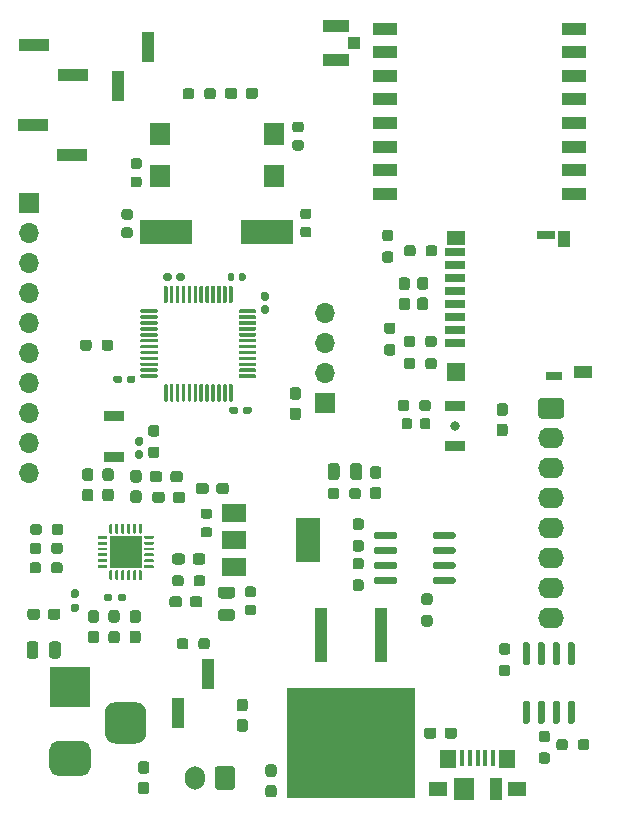
<source format=gbr>
%TF.GenerationSoftware,KiCad,Pcbnew,(5.1.8)-1*%
%TF.CreationDate,2021-07-02T09:13:16+03:00*%
%TF.ProjectId,CUSTOM stm32f103 DEVELOPMENT BOARD,43555354-4f4d-4207-9374-6d3332663130,rev?*%
%TF.SameCoordinates,Original*%
%TF.FileFunction,Soldermask,Top*%
%TF.FilePolarity,Negative*%
%FSLAX46Y46*%
G04 Gerber Fmt 4.6, Leading zero omitted, Abs format (unit mm)*
G04 Created by KiCad (PCBNEW (5.1.8)-1) date 2021-07-02 09:13:16*
%MOMM*%
%LPD*%
G01*
G04 APERTURE LIST*
%ADD10R,2.000000X1.000000*%
%ADD11R,0.450000X1.380000*%
%ADD12R,1.425000X1.550000*%
%ADD13R,1.650000X1.300000*%
%ADD14R,1.800000X1.900000*%
%ADD15R,1.000000X1.900000*%
%ADD16R,3.500000X3.500000*%
%ADD17R,1.000000X2.510000*%
%ADD18R,1.750000X0.700000*%
%ADD19R,1.500000X1.300000*%
%ADD20R,1.500000X0.800000*%
%ADD21R,1.000000X1.450000*%
%ADD22R,1.400000X0.800000*%
%ADD23R,1.500000X1.500000*%
%ADD24R,1.550000X1.000000*%
%ADD25O,1.700000X2.000000*%
%ADD26R,1.700000X1.700000*%
%ADD27O,1.700000X1.700000*%
%ADD28O,2.190000X1.740000*%
%ADD29R,2.510000X1.000000*%
%ADD30R,1.700000X0.900000*%
%ADD31C,0.800000*%
%ADD32R,2.000000X3.800000*%
%ADD33R,2.000000X1.500000*%
%ADD34R,2.700000X2.700000*%
%ADD35R,4.500000X2.000000*%
%ADD36R,2.200000X1.050000*%
%ADD37R,1.050000X1.000000*%
%ADD38R,1.100000X4.600000*%
%ADD39R,10.800000X9.400000*%
G04 APERTURE END LIST*
%TO.C,U4*%
G36*
G01*
X58685000Y-185980000D02*
X58385000Y-185980000D01*
G75*
G02*
X58235000Y-185830000I0J150000D01*
G01*
X58235000Y-184180000D01*
G75*
G02*
X58385000Y-184030000I150000J0D01*
G01*
X58685000Y-184030000D01*
G75*
G02*
X58835000Y-184180000I0J-150000D01*
G01*
X58835000Y-185830000D01*
G75*
G02*
X58685000Y-185980000I-150000J0D01*
G01*
G37*
G36*
G01*
X59955000Y-185980000D02*
X59655000Y-185980000D01*
G75*
G02*
X59505000Y-185830000I0J150000D01*
G01*
X59505000Y-184180000D01*
G75*
G02*
X59655000Y-184030000I150000J0D01*
G01*
X59955000Y-184030000D01*
G75*
G02*
X60105000Y-184180000I0J-150000D01*
G01*
X60105000Y-185830000D01*
G75*
G02*
X59955000Y-185980000I-150000J0D01*
G01*
G37*
G36*
G01*
X61225000Y-185980000D02*
X60925000Y-185980000D01*
G75*
G02*
X60775000Y-185830000I0J150000D01*
G01*
X60775000Y-184180000D01*
G75*
G02*
X60925000Y-184030000I150000J0D01*
G01*
X61225000Y-184030000D01*
G75*
G02*
X61375000Y-184180000I0J-150000D01*
G01*
X61375000Y-185830000D01*
G75*
G02*
X61225000Y-185980000I-150000J0D01*
G01*
G37*
G36*
G01*
X62495000Y-185980000D02*
X62195000Y-185980000D01*
G75*
G02*
X62045000Y-185830000I0J150000D01*
G01*
X62045000Y-184180000D01*
G75*
G02*
X62195000Y-184030000I150000J0D01*
G01*
X62495000Y-184030000D01*
G75*
G02*
X62645000Y-184180000I0J-150000D01*
G01*
X62645000Y-185830000D01*
G75*
G02*
X62495000Y-185980000I-150000J0D01*
G01*
G37*
G36*
G01*
X62495000Y-190930000D02*
X62195000Y-190930000D01*
G75*
G02*
X62045000Y-190780000I0J150000D01*
G01*
X62045000Y-189130000D01*
G75*
G02*
X62195000Y-188980000I150000J0D01*
G01*
X62495000Y-188980000D01*
G75*
G02*
X62645000Y-189130000I0J-150000D01*
G01*
X62645000Y-190780000D01*
G75*
G02*
X62495000Y-190930000I-150000J0D01*
G01*
G37*
G36*
G01*
X61225000Y-190930000D02*
X60925000Y-190930000D01*
G75*
G02*
X60775000Y-190780000I0J150000D01*
G01*
X60775000Y-189130000D01*
G75*
G02*
X60925000Y-188980000I150000J0D01*
G01*
X61225000Y-188980000D01*
G75*
G02*
X61375000Y-189130000I0J-150000D01*
G01*
X61375000Y-190780000D01*
G75*
G02*
X61225000Y-190930000I-150000J0D01*
G01*
G37*
G36*
G01*
X59955000Y-190930000D02*
X59655000Y-190930000D01*
G75*
G02*
X59505000Y-190780000I0J150000D01*
G01*
X59505000Y-189130000D01*
G75*
G02*
X59655000Y-188980000I150000J0D01*
G01*
X59955000Y-188980000D01*
G75*
G02*
X60105000Y-189130000I0J-150000D01*
G01*
X60105000Y-190780000D01*
G75*
G02*
X59955000Y-190930000I-150000J0D01*
G01*
G37*
G36*
G01*
X58685000Y-190930000D02*
X58385000Y-190930000D01*
G75*
G02*
X58235000Y-190780000I0J150000D01*
G01*
X58235000Y-189130000D01*
G75*
G02*
X58385000Y-188980000I150000J0D01*
G01*
X58685000Y-188980000D01*
G75*
G02*
X58835000Y-189130000I0J-150000D01*
G01*
X58835000Y-190780000D01*
G75*
G02*
X58685000Y-190930000I-150000J0D01*
G01*
G37*
%TD*%
%TO.C,U1*%
G36*
G01*
X33435000Y-153840000D02*
X33585000Y-153840000D01*
G75*
G02*
X33660000Y-153915000I0J-75000D01*
G01*
X33660000Y-155240000D01*
G75*
G02*
X33585000Y-155315000I-75000J0D01*
G01*
X33435000Y-155315000D01*
G75*
G02*
X33360000Y-155240000I0J75000D01*
G01*
X33360000Y-153915000D01*
G75*
G02*
X33435000Y-153840000I75000J0D01*
G01*
G37*
G36*
G01*
X32935000Y-153840000D02*
X33085000Y-153840000D01*
G75*
G02*
X33160000Y-153915000I0J-75000D01*
G01*
X33160000Y-155240000D01*
G75*
G02*
X33085000Y-155315000I-75000J0D01*
G01*
X32935000Y-155315000D01*
G75*
G02*
X32860000Y-155240000I0J75000D01*
G01*
X32860000Y-153915000D01*
G75*
G02*
X32935000Y-153840000I75000J0D01*
G01*
G37*
G36*
G01*
X32435000Y-153840000D02*
X32585000Y-153840000D01*
G75*
G02*
X32660000Y-153915000I0J-75000D01*
G01*
X32660000Y-155240000D01*
G75*
G02*
X32585000Y-155315000I-75000J0D01*
G01*
X32435000Y-155315000D01*
G75*
G02*
X32360000Y-155240000I0J75000D01*
G01*
X32360000Y-153915000D01*
G75*
G02*
X32435000Y-153840000I75000J0D01*
G01*
G37*
G36*
G01*
X31935000Y-153840000D02*
X32085000Y-153840000D01*
G75*
G02*
X32160000Y-153915000I0J-75000D01*
G01*
X32160000Y-155240000D01*
G75*
G02*
X32085000Y-155315000I-75000J0D01*
G01*
X31935000Y-155315000D01*
G75*
G02*
X31860000Y-155240000I0J75000D01*
G01*
X31860000Y-153915000D01*
G75*
G02*
X31935000Y-153840000I75000J0D01*
G01*
G37*
G36*
G01*
X31435000Y-153840000D02*
X31585000Y-153840000D01*
G75*
G02*
X31660000Y-153915000I0J-75000D01*
G01*
X31660000Y-155240000D01*
G75*
G02*
X31585000Y-155315000I-75000J0D01*
G01*
X31435000Y-155315000D01*
G75*
G02*
X31360000Y-155240000I0J75000D01*
G01*
X31360000Y-153915000D01*
G75*
G02*
X31435000Y-153840000I75000J0D01*
G01*
G37*
G36*
G01*
X30935000Y-153840000D02*
X31085000Y-153840000D01*
G75*
G02*
X31160000Y-153915000I0J-75000D01*
G01*
X31160000Y-155240000D01*
G75*
G02*
X31085000Y-155315000I-75000J0D01*
G01*
X30935000Y-155315000D01*
G75*
G02*
X30860000Y-155240000I0J75000D01*
G01*
X30860000Y-153915000D01*
G75*
G02*
X30935000Y-153840000I75000J0D01*
G01*
G37*
G36*
G01*
X30435000Y-153840000D02*
X30585000Y-153840000D01*
G75*
G02*
X30660000Y-153915000I0J-75000D01*
G01*
X30660000Y-155240000D01*
G75*
G02*
X30585000Y-155315000I-75000J0D01*
G01*
X30435000Y-155315000D01*
G75*
G02*
X30360000Y-155240000I0J75000D01*
G01*
X30360000Y-153915000D01*
G75*
G02*
X30435000Y-153840000I75000J0D01*
G01*
G37*
G36*
G01*
X29935000Y-153840000D02*
X30085000Y-153840000D01*
G75*
G02*
X30160000Y-153915000I0J-75000D01*
G01*
X30160000Y-155240000D01*
G75*
G02*
X30085000Y-155315000I-75000J0D01*
G01*
X29935000Y-155315000D01*
G75*
G02*
X29860000Y-155240000I0J75000D01*
G01*
X29860000Y-153915000D01*
G75*
G02*
X29935000Y-153840000I75000J0D01*
G01*
G37*
G36*
G01*
X29435000Y-153840000D02*
X29585000Y-153840000D01*
G75*
G02*
X29660000Y-153915000I0J-75000D01*
G01*
X29660000Y-155240000D01*
G75*
G02*
X29585000Y-155315000I-75000J0D01*
G01*
X29435000Y-155315000D01*
G75*
G02*
X29360000Y-155240000I0J75000D01*
G01*
X29360000Y-153915000D01*
G75*
G02*
X29435000Y-153840000I75000J0D01*
G01*
G37*
G36*
G01*
X28935000Y-153840000D02*
X29085000Y-153840000D01*
G75*
G02*
X29160000Y-153915000I0J-75000D01*
G01*
X29160000Y-155240000D01*
G75*
G02*
X29085000Y-155315000I-75000J0D01*
G01*
X28935000Y-155315000D01*
G75*
G02*
X28860000Y-155240000I0J75000D01*
G01*
X28860000Y-153915000D01*
G75*
G02*
X28935000Y-153840000I75000J0D01*
G01*
G37*
G36*
G01*
X28435000Y-153840000D02*
X28585000Y-153840000D01*
G75*
G02*
X28660000Y-153915000I0J-75000D01*
G01*
X28660000Y-155240000D01*
G75*
G02*
X28585000Y-155315000I-75000J0D01*
G01*
X28435000Y-155315000D01*
G75*
G02*
X28360000Y-155240000I0J75000D01*
G01*
X28360000Y-153915000D01*
G75*
G02*
X28435000Y-153840000I75000J0D01*
G01*
G37*
G36*
G01*
X27935000Y-153840000D02*
X28085000Y-153840000D01*
G75*
G02*
X28160000Y-153915000I0J-75000D01*
G01*
X28160000Y-155240000D01*
G75*
G02*
X28085000Y-155315000I-75000J0D01*
G01*
X27935000Y-155315000D01*
G75*
G02*
X27860000Y-155240000I0J75000D01*
G01*
X27860000Y-153915000D01*
G75*
G02*
X27935000Y-153840000I75000J0D01*
G01*
G37*
G36*
G01*
X25935000Y-155840000D02*
X27260000Y-155840000D01*
G75*
G02*
X27335000Y-155915000I0J-75000D01*
G01*
X27335000Y-156065000D01*
G75*
G02*
X27260000Y-156140000I-75000J0D01*
G01*
X25935000Y-156140000D01*
G75*
G02*
X25860000Y-156065000I0J75000D01*
G01*
X25860000Y-155915000D01*
G75*
G02*
X25935000Y-155840000I75000J0D01*
G01*
G37*
G36*
G01*
X25935000Y-156340000D02*
X27260000Y-156340000D01*
G75*
G02*
X27335000Y-156415000I0J-75000D01*
G01*
X27335000Y-156565000D01*
G75*
G02*
X27260000Y-156640000I-75000J0D01*
G01*
X25935000Y-156640000D01*
G75*
G02*
X25860000Y-156565000I0J75000D01*
G01*
X25860000Y-156415000D01*
G75*
G02*
X25935000Y-156340000I75000J0D01*
G01*
G37*
G36*
G01*
X25935000Y-156840000D02*
X27260000Y-156840000D01*
G75*
G02*
X27335000Y-156915000I0J-75000D01*
G01*
X27335000Y-157065000D01*
G75*
G02*
X27260000Y-157140000I-75000J0D01*
G01*
X25935000Y-157140000D01*
G75*
G02*
X25860000Y-157065000I0J75000D01*
G01*
X25860000Y-156915000D01*
G75*
G02*
X25935000Y-156840000I75000J0D01*
G01*
G37*
G36*
G01*
X25935000Y-157340000D02*
X27260000Y-157340000D01*
G75*
G02*
X27335000Y-157415000I0J-75000D01*
G01*
X27335000Y-157565000D01*
G75*
G02*
X27260000Y-157640000I-75000J0D01*
G01*
X25935000Y-157640000D01*
G75*
G02*
X25860000Y-157565000I0J75000D01*
G01*
X25860000Y-157415000D01*
G75*
G02*
X25935000Y-157340000I75000J0D01*
G01*
G37*
G36*
G01*
X25935000Y-157840000D02*
X27260000Y-157840000D01*
G75*
G02*
X27335000Y-157915000I0J-75000D01*
G01*
X27335000Y-158065000D01*
G75*
G02*
X27260000Y-158140000I-75000J0D01*
G01*
X25935000Y-158140000D01*
G75*
G02*
X25860000Y-158065000I0J75000D01*
G01*
X25860000Y-157915000D01*
G75*
G02*
X25935000Y-157840000I75000J0D01*
G01*
G37*
G36*
G01*
X25935000Y-158340000D02*
X27260000Y-158340000D01*
G75*
G02*
X27335000Y-158415000I0J-75000D01*
G01*
X27335000Y-158565000D01*
G75*
G02*
X27260000Y-158640000I-75000J0D01*
G01*
X25935000Y-158640000D01*
G75*
G02*
X25860000Y-158565000I0J75000D01*
G01*
X25860000Y-158415000D01*
G75*
G02*
X25935000Y-158340000I75000J0D01*
G01*
G37*
G36*
G01*
X25935000Y-158840000D02*
X27260000Y-158840000D01*
G75*
G02*
X27335000Y-158915000I0J-75000D01*
G01*
X27335000Y-159065000D01*
G75*
G02*
X27260000Y-159140000I-75000J0D01*
G01*
X25935000Y-159140000D01*
G75*
G02*
X25860000Y-159065000I0J75000D01*
G01*
X25860000Y-158915000D01*
G75*
G02*
X25935000Y-158840000I75000J0D01*
G01*
G37*
G36*
G01*
X25935000Y-159340000D02*
X27260000Y-159340000D01*
G75*
G02*
X27335000Y-159415000I0J-75000D01*
G01*
X27335000Y-159565000D01*
G75*
G02*
X27260000Y-159640000I-75000J0D01*
G01*
X25935000Y-159640000D01*
G75*
G02*
X25860000Y-159565000I0J75000D01*
G01*
X25860000Y-159415000D01*
G75*
G02*
X25935000Y-159340000I75000J0D01*
G01*
G37*
G36*
G01*
X25935000Y-159840000D02*
X27260000Y-159840000D01*
G75*
G02*
X27335000Y-159915000I0J-75000D01*
G01*
X27335000Y-160065000D01*
G75*
G02*
X27260000Y-160140000I-75000J0D01*
G01*
X25935000Y-160140000D01*
G75*
G02*
X25860000Y-160065000I0J75000D01*
G01*
X25860000Y-159915000D01*
G75*
G02*
X25935000Y-159840000I75000J0D01*
G01*
G37*
G36*
G01*
X25935000Y-160340000D02*
X27260000Y-160340000D01*
G75*
G02*
X27335000Y-160415000I0J-75000D01*
G01*
X27335000Y-160565000D01*
G75*
G02*
X27260000Y-160640000I-75000J0D01*
G01*
X25935000Y-160640000D01*
G75*
G02*
X25860000Y-160565000I0J75000D01*
G01*
X25860000Y-160415000D01*
G75*
G02*
X25935000Y-160340000I75000J0D01*
G01*
G37*
G36*
G01*
X25935000Y-160840000D02*
X27260000Y-160840000D01*
G75*
G02*
X27335000Y-160915000I0J-75000D01*
G01*
X27335000Y-161065000D01*
G75*
G02*
X27260000Y-161140000I-75000J0D01*
G01*
X25935000Y-161140000D01*
G75*
G02*
X25860000Y-161065000I0J75000D01*
G01*
X25860000Y-160915000D01*
G75*
G02*
X25935000Y-160840000I75000J0D01*
G01*
G37*
G36*
G01*
X25935000Y-161340000D02*
X27260000Y-161340000D01*
G75*
G02*
X27335000Y-161415000I0J-75000D01*
G01*
X27335000Y-161565000D01*
G75*
G02*
X27260000Y-161640000I-75000J0D01*
G01*
X25935000Y-161640000D01*
G75*
G02*
X25860000Y-161565000I0J75000D01*
G01*
X25860000Y-161415000D01*
G75*
G02*
X25935000Y-161340000I75000J0D01*
G01*
G37*
G36*
G01*
X27935000Y-162165000D02*
X28085000Y-162165000D01*
G75*
G02*
X28160000Y-162240000I0J-75000D01*
G01*
X28160000Y-163565000D01*
G75*
G02*
X28085000Y-163640000I-75000J0D01*
G01*
X27935000Y-163640000D01*
G75*
G02*
X27860000Y-163565000I0J75000D01*
G01*
X27860000Y-162240000D01*
G75*
G02*
X27935000Y-162165000I75000J0D01*
G01*
G37*
G36*
G01*
X28435000Y-162165000D02*
X28585000Y-162165000D01*
G75*
G02*
X28660000Y-162240000I0J-75000D01*
G01*
X28660000Y-163565000D01*
G75*
G02*
X28585000Y-163640000I-75000J0D01*
G01*
X28435000Y-163640000D01*
G75*
G02*
X28360000Y-163565000I0J75000D01*
G01*
X28360000Y-162240000D01*
G75*
G02*
X28435000Y-162165000I75000J0D01*
G01*
G37*
G36*
G01*
X28935000Y-162165000D02*
X29085000Y-162165000D01*
G75*
G02*
X29160000Y-162240000I0J-75000D01*
G01*
X29160000Y-163565000D01*
G75*
G02*
X29085000Y-163640000I-75000J0D01*
G01*
X28935000Y-163640000D01*
G75*
G02*
X28860000Y-163565000I0J75000D01*
G01*
X28860000Y-162240000D01*
G75*
G02*
X28935000Y-162165000I75000J0D01*
G01*
G37*
G36*
G01*
X29435000Y-162165000D02*
X29585000Y-162165000D01*
G75*
G02*
X29660000Y-162240000I0J-75000D01*
G01*
X29660000Y-163565000D01*
G75*
G02*
X29585000Y-163640000I-75000J0D01*
G01*
X29435000Y-163640000D01*
G75*
G02*
X29360000Y-163565000I0J75000D01*
G01*
X29360000Y-162240000D01*
G75*
G02*
X29435000Y-162165000I75000J0D01*
G01*
G37*
G36*
G01*
X29935000Y-162165000D02*
X30085000Y-162165000D01*
G75*
G02*
X30160000Y-162240000I0J-75000D01*
G01*
X30160000Y-163565000D01*
G75*
G02*
X30085000Y-163640000I-75000J0D01*
G01*
X29935000Y-163640000D01*
G75*
G02*
X29860000Y-163565000I0J75000D01*
G01*
X29860000Y-162240000D01*
G75*
G02*
X29935000Y-162165000I75000J0D01*
G01*
G37*
G36*
G01*
X30435000Y-162165000D02*
X30585000Y-162165000D01*
G75*
G02*
X30660000Y-162240000I0J-75000D01*
G01*
X30660000Y-163565000D01*
G75*
G02*
X30585000Y-163640000I-75000J0D01*
G01*
X30435000Y-163640000D01*
G75*
G02*
X30360000Y-163565000I0J75000D01*
G01*
X30360000Y-162240000D01*
G75*
G02*
X30435000Y-162165000I75000J0D01*
G01*
G37*
G36*
G01*
X30935000Y-162165000D02*
X31085000Y-162165000D01*
G75*
G02*
X31160000Y-162240000I0J-75000D01*
G01*
X31160000Y-163565000D01*
G75*
G02*
X31085000Y-163640000I-75000J0D01*
G01*
X30935000Y-163640000D01*
G75*
G02*
X30860000Y-163565000I0J75000D01*
G01*
X30860000Y-162240000D01*
G75*
G02*
X30935000Y-162165000I75000J0D01*
G01*
G37*
G36*
G01*
X31435000Y-162165000D02*
X31585000Y-162165000D01*
G75*
G02*
X31660000Y-162240000I0J-75000D01*
G01*
X31660000Y-163565000D01*
G75*
G02*
X31585000Y-163640000I-75000J0D01*
G01*
X31435000Y-163640000D01*
G75*
G02*
X31360000Y-163565000I0J75000D01*
G01*
X31360000Y-162240000D01*
G75*
G02*
X31435000Y-162165000I75000J0D01*
G01*
G37*
G36*
G01*
X31935000Y-162165000D02*
X32085000Y-162165000D01*
G75*
G02*
X32160000Y-162240000I0J-75000D01*
G01*
X32160000Y-163565000D01*
G75*
G02*
X32085000Y-163640000I-75000J0D01*
G01*
X31935000Y-163640000D01*
G75*
G02*
X31860000Y-163565000I0J75000D01*
G01*
X31860000Y-162240000D01*
G75*
G02*
X31935000Y-162165000I75000J0D01*
G01*
G37*
G36*
G01*
X32435000Y-162165000D02*
X32585000Y-162165000D01*
G75*
G02*
X32660000Y-162240000I0J-75000D01*
G01*
X32660000Y-163565000D01*
G75*
G02*
X32585000Y-163640000I-75000J0D01*
G01*
X32435000Y-163640000D01*
G75*
G02*
X32360000Y-163565000I0J75000D01*
G01*
X32360000Y-162240000D01*
G75*
G02*
X32435000Y-162165000I75000J0D01*
G01*
G37*
G36*
G01*
X32935000Y-162165000D02*
X33085000Y-162165000D01*
G75*
G02*
X33160000Y-162240000I0J-75000D01*
G01*
X33160000Y-163565000D01*
G75*
G02*
X33085000Y-163640000I-75000J0D01*
G01*
X32935000Y-163640000D01*
G75*
G02*
X32860000Y-163565000I0J75000D01*
G01*
X32860000Y-162240000D01*
G75*
G02*
X32935000Y-162165000I75000J0D01*
G01*
G37*
G36*
G01*
X33435000Y-162165000D02*
X33585000Y-162165000D01*
G75*
G02*
X33660000Y-162240000I0J-75000D01*
G01*
X33660000Y-163565000D01*
G75*
G02*
X33585000Y-163640000I-75000J0D01*
G01*
X33435000Y-163640000D01*
G75*
G02*
X33360000Y-163565000I0J75000D01*
G01*
X33360000Y-162240000D01*
G75*
G02*
X33435000Y-162165000I75000J0D01*
G01*
G37*
G36*
G01*
X34260000Y-161340000D02*
X35585000Y-161340000D01*
G75*
G02*
X35660000Y-161415000I0J-75000D01*
G01*
X35660000Y-161565000D01*
G75*
G02*
X35585000Y-161640000I-75000J0D01*
G01*
X34260000Y-161640000D01*
G75*
G02*
X34185000Y-161565000I0J75000D01*
G01*
X34185000Y-161415000D01*
G75*
G02*
X34260000Y-161340000I75000J0D01*
G01*
G37*
G36*
G01*
X34260000Y-160840000D02*
X35585000Y-160840000D01*
G75*
G02*
X35660000Y-160915000I0J-75000D01*
G01*
X35660000Y-161065000D01*
G75*
G02*
X35585000Y-161140000I-75000J0D01*
G01*
X34260000Y-161140000D01*
G75*
G02*
X34185000Y-161065000I0J75000D01*
G01*
X34185000Y-160915000D01*
G75*
G02*
X34260000Y-160840000I75000J0D01*
G01*
G37*
G36*
G01*
X34260000Y-160340000D02*
X35585000Y-160340000D01*
G75*
G02*
X35660000Y-160415000I0J-75000D01*
G01*
X35660000Y-160565000D01*
G75*
G02*
X35585000Y-160640000I-75000J0D01*
G01*
X34260000Y-160640000D01*
G75*
G02*
X34185000Y-160565000I0J75000D01*
G01*
X34185000Y-160415000D01*
G75*
G02*
X34260000Y-160340000I75000J0D01*
G01*
G37*
G36*
G01*
X34260000Y-159840000D02*
X35585000Y-159840000D01*
G75*
G02*
X35660000Y-159915000I0J-75000D01*
G01*
X35660000Y-160065000D01*
G75*
G02*
X35585000Y-160140000I-75000J0D01*
G01*
X34260000Y-160140000D01*
G75*
G02*
X34185000Y-160065000I0J75000D01*
G01*
X34185000Y-159915000D01*
G75*
G02*
X34260000Y-159840000I75000J0D01*
G01*
G37*
G36*
G01*
X34260000Y-159340000D02*
X35585000Y-159340000D01*
G75*
G02*
X35660000Y-159415000I0J-75000D01*
G01*
X35660000Y-159565000D01*
G75*
G02*
X35585000Y-159640000I-75000J0D01*
G01*
X34260000Y-159640000D01*
G75*
G02*
X34185000Y-159565000I0J75000D01*
G01*
X34185000Y-159415000D01*
G75*
G02*
X34260000Y-159340000I75000J0D01*
G01*
G37*
G36*
G01*
X34260000Y-158840000D02*
X35585000Y-158840000D01*
G75*
G02*
X35660000Y-158915000I0J-75000D01*
G01*
X35660000Y-159065000D01*
G75*
G02*
X35585000Y-159140000I-75000J0D01*
G01*
X34260000Y-159140000D01*
G75*
G02*
X34185000Y-159065000I0J75000D01*
G01*
X34185000Y-158915000D01*
G75*
G02*
X34260000Y-158840000I75000J0D01*
G01*
G37*
G36*
G01*
X34260000Y-158340000D02*
X35585000Y-158340000D01*
G75*
G02*
X35660000Y-158415000I0J-75000D01*
G01*
X35660000Y-158565000D01*
G75*
G02*
X35585000Y-158640000I-75000J0D01*
G01*
X34260000Y-158640000D01*
G75*
G02*
X34185000Y-158565000I0J75000D01*
G01*
X34185000Y-158415000D01*
G75*
G02*
X34260000Y-158340000I75000J0D01*
G01*
G37*
G36*
G01*
X34260000Y-157840000D02*
X35585000Y-157840000D01*
G75*
G02*
X35660000Y-157915000I0J-75000D01*
G01*
X35660000Y-158065000D01*
G75*
G02*
X35585000Y-158140000I-75000J0D01*
G01*
X34260000Y-158140000D01*
G75*
G02*
X34185000Y-158065000I0J75000D01*
G01*
X34185000Y-157915000D01*
G75*
G02*
X34260000Y-157840000I75000J0D01*
G01*
G37*
G36*
G01*
X34260000Y-157340000D02*
X35585000Y-157340000D01*
G75*
G02*
X35660000Y-157415000I0J-75000D01*
G01*
X35660000Y-157565000D01*
G75*
G02*
X35585000Y-157640000I-75000J0D01*
G01*
X34260000Y-157640000D01*
G75*
G02*
X34185000Y-157565000I0J75000D01*
G01*
X34185000Y-157415000D01*
G75*
G02*
X34260000Y-157340000I75000J0D01*
G01*
G37*
G36*
G01*
X34260000Y-156840000D02*
X35585000Y-156840000D01*
G75*
G02*
X35660000Y-156915000I0J-75000D01*
G01*
X35660000Y-157065000D01*
G75*
G02*
X35585000Y-157140000I-75000J0D01*
G01*
X34260000Y-157140000D01*
G75*
G02*
X34185000Y-157065000I0J75000D01*
G01*
X34185000Y-156915000D01*
G75*
G02*
X34260000Y-156840000I75000J0D01*
G01*
G37*
G36*
G01*
X34260000Y-156340000D02*
X35585000Y-156340000D01*
G75*
G02*
X35660000Y-156415000I0J-75000D01*
G01*
X35660000Y-156565000D01*
G75*
G02*
X35585000Y-156640000I-75000J0D01*
G01*
X34260000Y-156640000D01*
G75*
G02*
X34185000Y-156565000I0J75000D01*
G01*
X34185000Y-156415000D01*
G75*
G02*
X34260000Y-156340000I75000J0D01*
G01*
G37*
G36*
G01*
X34260000Y-155840000D02*
X35585000Y-155840000D01*
G75*
G02*
X35660000Y-155915000I0J-75000D01*
G01*
X35660000Y-156065000D01*
G75*
G02*
X35585000Y-156140000I-75000J0D01*
G01*
X34260000Y-156140000D01*
G75*
G02*
X34185000Y-156065000I0J75000D01*
G01*
X34185000Y-155915000D01*
G75*
G02*
X34260000Y-155840000I75000J0D01*
G01*
G37*
%TD*%
D10*
%TO.C,U6*%
X62530000Y-146060000D03*
X62530000Y-144060000D03*
X62530000Y-142060000D03*
X62530000Y-140060000D03*
X62530000Y-138060000D03*
X62530000Y-136060000D03*
X62530000Y-134060000D03*
X62530000Y-132060000D03*
X46530000Y-132060000D03*
X46530000Y-134060000D03*
X46530000Y-136060000D03*
X46530000Y-138060000D03*
X46530000Y-140060000D03*
X46530000Y-142060000D03*
X46530000Y-144060000D03*
X46530000Y-146060000D03*
%TD*%
%TO.C,C1*%
G36*
G01*
X40120000Y-148200000D02*
X39620000Y-148200000D01*
G75*
G02*
X39395000Y-147975000I0J225000D01*
G01*
X39395000Y-147525000D01*
G75*
G02*
X39620000Y-147300000I225000J0D01*
G01*
X40120000Y-147300000D01*
G75*
G02*
X40345000Y-147525000I0J-225000D01*
G01*
X40345000Y-147975000D01*
G75*
G02*
X40120000Y-148200000I-225000J0D01*
G01*
G37*
G36*
G01*
X40120000Y-149750000D02*
X39620000Y-149750000D01*
G75*
G02*
X39395000Y-149525000I0J225000D01*
G01*
X39395000Y-149075000D01*
G75*
G02*
X39620000Y-148850000I225000J0D01*
G01*
X40120000Y-148850000D01*
G75*
G02*
X40345000Y-149075000I0J-225000D01*
G01*
X40345000Y-149525000D01*
G75*
G02*
X40120000Y-149750000I-225000J0D01*
G01*
G37*
%TD*%
%TO.C,C2*%
G36*
G01*
X24980000Y-149800000D02*
X24480000Y-149800000D01*
G75*
G02*
X24255000Y-149575000I0J225000D01*
G01*
X24255000Y-149125000D01*
G75*
G02*
X24480000Y-148900000I225000J0D01*
G01*
X24980000Y-148900000D01*
G75*
G02*
X25205000Y-149125000I0J-225000D01*
G01*
X25205000Y-149575000D01*
G75*
G02*
X24980000Y-149800000I-225000J0D01*
G01*
G37*
G36*
G01*
X24980000Y-148250000D02*
X24480000Y-148250000D01*
G75*
G02*
X24255000Y-148025000I0J225000D01*
G01*
X24255000Y-147575000D01*
G75*
G02*
X24480000Y-147350000I225000J0D01*
G01*
X24980000Y-147350000D01*
G75*
G02*
X25205000Y-147575000I0J-225000D01*
G01*
X25205000Y-148025000D01*
G75*
G02*
X24980000Y-148250000I-225000J0D01*
G01*
G37*
%TD*%
%TO.C,C3*%
G36*
G01*
X38950000Y-139950000D02*
X39450000Y-139950000D01*
G75*
G02*
X39675000Y-140175000I0J-225000D01*
G01*
X39675000Y-140625000D01*
G75*
G02*
X39450000Y-140850000I-225000J0D01*
G01*
X38950000Y-140850000D01*
G75*
G02*
X38725000Y-140625000I0J225000D01*
G01*
X38725000Y-140175000D01*
G75*
G02*
X38950000Y-139950000I225000J0D01*
G01*
G37*
G36*
G01*
X38950000Y-141500000D02*
X39450000Y-141500000D01*
G75*
G02*
X39675000Y-141725000I0J-225000D01*
G01*
X39675000Y-142175000D01*
G75*
G02*
X39450000Y-142400000I-225000J0D01*
G01*
X38950000Y-142400000D01*
G75*
G02*
X38725000Y-142175000I0J225000D01*
G01*
X38725000Y-141725000D01*
G75*
G02*
X38950000Y-141500000I225000J0D01*
G01*
G37*
%TD*%
%TO.C,C4*%
G36*
G01*
X25250000Y-144600000D02*
X25750000Y-144600000D01*
G75*
G02*
X25975000Y-144825000I0J-225000D01*
G01*
X25975000Y-145275000D01*
G75*
G02*
X25750000Y-145500000I-225000J0D01*
G01*
X25250000Y-145500000D01*
G75*
G02*
X25025000Y-145275000I0J225000D01*
G01*
X25025000Y-144825000D01*
G75*
G02*
X25250000Y-144600000I225000J0D01*
G01*
G37*
G36*
G01*
X25250000Y-143050000D02*
X25750000Y-143050000D01*
G75*
G02*
X25975000Y-143275000I0J-225000D01*
G01*
X25975000Y-143725000D01*
G75*
G02*
X25750000Y-143950000I-225000J0D01*
G01*
X25250000Y-143950000D01*
G75*
G02*
X25025000Y-143725000I0J225000D01*
G01*
X25025000Y-143275000D01*
G75*
G02*
X25250000Y-143050000I225000J0D01*
G01*
G37*
%TD*%
%TO.C,C6*%
G36*
G01*
X48870000Y-165270000D02*
X48870000Y-165770000D01*
G75*
G02*
X48645000Y-165995000I-225000J0D01*
G01*
X48195000Y-165995000D01*
G75*
G02*
X47970000Y-165770000I0J225000D01*
G01*
X47970000Y-165270000D01*
G75*
G02*
X48195000Y-165045000I225000J0D01*
G01*
X48645000Y-165045000D01*
G75*
G02*
X48870000Y-165270000I0J-225000D01*
G01*
G37*
G36*
G01*
X50420000Y-165270000D02*
X50420000Y-165770000D01*
G75*
G02*
X50195000Y-165995000I-225000J0D01*
G01*
X49745000Y-165995000D01*
G75*
G02*
X49520000Y-165770000I0J225000D01*
G01*
X49520000Y-165270000D01*
G75*
G02*
X49745000Y-165045000I225000J0D01*
G01*
X50195000Y-165045000D01*
G75*
G02*
X50420000Y-165270000I0J-225000D01*
G01*
G37*
%TD*%
%TO.C,C7*%
G36*
G01*
X32675000Y-179325000D02*
X33625000Y-179325000D01*
G75*
G02*
X33875000Y-179575000I0J-250000D01*
G01*
X33875000Y-180075000D01*
G75*
G02*
X33625000Y-180325000I-250000J0D01*
G01*
X32675000Y-180325000D01*
G75*
G02*
X32425000Y-180075000I0J250000D01*
G01*
X32425000Y-179575000D01*
G75*
G02*
X32675000Y-179325000I250000J0D01*
G01*
G37*
G36*
G01*
X32675000Y-181225000D02*
X33625000Y-181225000D01*
G75*
G02*
X33875000Y-181475000I0J-250000D01*
G01*
X33875000Y-181975000D01*
G75*
G02*
X33625000Y-182225000I-250000J0D01*
G01*
X32675000Y-182225000D01*
G75*
G02*
X32425000Y-181975000I0J250000D01*
G01*
X32425000Y-181475000D01*
G75*
G02*
X32675000Y-181225000I250000J0D01*
G01*
G37*
%TD*%
%TO.C,C8*%
G36*
G01*
X34925000Y-179300000D02*
X35425000Y-179300000D01*
G75*
G02*
X35650000Y-179525000I0J-225000D01*
G01*
X35650000Y-179975000D01*
G75*
G02*
X35425000Y-180200000I-225000J0D01*
G01*
X34925000Y-180200000D01*
G75*
G02*
X34700000Y-179975000I0J225000D01*
G01*
X34700000Y-179525000D01*
G75*
G02*
X34925000Y-179300000I225000J0D01*
G01*
G37*
G36*
G01*
X34925000Y-180850000D02*
X35425000Y-180850000D01*
G75*
G02*
X35650000Y-181075000I0J-225000D01*
G01*
X35650000Y-181525000D01*
G75*
G02*
X35425000Y-181750000I-225000J0D01*
G01*
X34925000Y-181750000D01*
G75*
G02*
X34700000Y-181525000I0J225000D01*
G01*
X34700000Y-181075000D01*
G75*
G02*
X34925000Y-180850000I225000J0D01*
G01*
G37*
%TD*%
%TO.C,C9*%
G36*
G01*
X29635000Y-152945000D02*
X29635000Y-153255000D01*
G75*
G02*
X29480000Y-153410000I-155000J0D01*
G01*
X29055000Y-153410000D01*
G75*
G02*
X28900000Y-153255000I0J155000D01*
G01*
X28900000Y-152945000D01*
G75*
G02*
X29055000Y-152790000I155000J0D01*
G01*
X29480000Y-152790000D01*
G75*
G02*
X29635000Y-152945000I0J-155000D01*
G01*
G37*
G36*
G01*
X28500000Y-152945000D02*
X28500000Y-153255000D01*
G75*
G02*
X28345000Y-153410000I-155000J0D01*
G01*
X27920000Y-153410000D01*
G75*
G02*
X27765000Y-153255000I0J155000D01*
G01*
X27765000Y-152945000D01*
G75*
G02*
X27920000Y-152790000I155000J0D01*
G01*
X28345000Y-152790000D01*
G75*
G02*
X28500000Y-152945000I0J-155000D01*
G01*
G37*
%TD*%
%TO.C,C10*%
G36*
G01*
X32282180Y-171240460D02*
X32282180Y-170765460D01*
G75*
G02*
X32519680Y-170527960I237500J0D01*
G01*
X33119680Y-170527960D01*
G75*
G02*
X33357180Y-170765460I0J-237500D01*
G01*
X33357180Y-171240460D01*
G75*
G02*
X33119680Y-171477960I-237500J0D01*
G01*
X32519680Y-171477960D01*
G75*
G02*
X32282180Y-171240460I0J237500D01*
G01*
G37*
G36*
G01*
X30557180Y-171240460D02*
X30557180Y-170765460D01*
G75*
G02*
X30794680Y-170527960I237500J0D01*
G01*
X31394680Y-170527960D01*
G75*
G02*
X31632180Y-170765460I0J-237500D01*
G01*
X31632180Y-171240460D01*
G75*
G02*
X31394680Y-171477960I-237500J0D01*
G01*
X30794680Y-171477960D01*
G75*
G02*
X30557180Y-171240460I0J237500D01*
G01*
G37*
%TD*%
%TO.C,C12*%
G36*
G01*
X43625000Y-170050000D02*
X43625000Y-169100000D01*
G75*
G02*
X43875000Y-168850000I250000J0D01*
G01*
X44375000Y-168850000D01*
G75*
G02*
X44625000Y-169100000I0J-250000D01*
G01*
X44625000Y-170050000D01*
G75*
G02*
X44375000Y-170300000I-250000J0D01*
G01*
X43875000Y-170300000D01*
G75*
G02*
X43625000Y-170050000I0J250000D01*
G01*
G37*
G36*
G01*
X41725000Y-170050000D02*
X41725000Y-169100000D01*
G75*
G02*
X41975000Y-168850000I250000J0D01*
G01*
X42475000Y-168850000D01*
G75*
G02*
X42725000Y-169100000I0J-250000D01*
G01*
X42725000Y-170050000D01*
G75*
G02*
X42475000Y-170300000I-250000J0D01*
G01*
X41975000Y-170300000D01*
G75*
G02*
X41725000Y-170050000I0J250000D01*
G01*
G37*
%TD*%
%TO.C,C13*%
G36*
G01*
X36553200Y-156221900D02*
X36243200Y-156221900D01*
G75*
G02*
X36088200Y-156066900I0J155000D01*
G01*
X36088200Y-155641900D01*
G75*
G02*
X36243200Y-155486900I155000J0D01*
G01*
X36553200Y-155486900D01*
G75*
G02*
X36708200Y-155641900I0J-155000D01*
G01*
X36708200Y-156066900D01*
G75*
G02*
X36553200Y-156221900I-155000J0D01*
G01*
G37*
G36*
G01*
X36553200Y-155086900D02*
X36243200Y-155086900D01*
G75*
G02*
X36088200Y-154931900I0J155000D01*
G01*
X36088200Y-154506900D01*
G75*
G02*
X36243200Y-154351900I155000J0D01*
G01*
X36553200Y-154351900D01*
G75*
G02*
X36708200Y-154506900I0J-155000D01*
G01*
X36708200Y-154931900D01*
G75*
G02*
X36553200Y-155086900I-155000J0D01*
G01*
G37*
%TD*%
%TO.C,C14*%
G36*
G01*
X34532500Y-164535000D02*
X34532500Y-164225000D01*
G75*
G02*
X34687500Y-164070000I155000J0D01*
G01*
X35112500Y-164070000D01*
G75*
G02*
X35267500Y-164225000I0J-155000D01*
G01*
X35267500Y-164535000D01*
G75*
G02*
X35112500Y-164690000I-155000J0D01*
G01*
X34687500Y-164690000D01*
G75*
G02*
X34532500Y-164535000I0J155000D01*
G01*
G37*
G36*
G01*
X33397500Y-164535000D02*
X33397500Y-164225000D01*
G75*
G02*
X33552500Y-164070000I155000J0D01*
G01*
X33977500Y-164070000D01*
G75*
G02*
X34132500Y-164225000I0J-155000D01*
G01*
X34132500Y-164535000D01*
G75*
G02*
X33977500Y-164690000I-155000J0D01*
G01*
X33552500Y-164690000D01*
G75*
G02*
X33397500Y-164535000I0J155000D01*
G01*
G37*
%TD*%
%TO.C,C15*%
G36*
G01*
X19125000Y-184200000D02*
X19125000Y-185150000D01*
G75*
G02*
X18875000Y-185400000I-250000J0D01*
G01*
X18375000Y-185400000D01*
G75*
G02*
X18125000Y-185150000I0J250000D01*
G01*
X18125000Y-184200000D01*
G75*
G02*
X18375000Y-183950000I250000J0D01*
G01*
X18875000Y-183950000D01*
G75*
G02*
X19125000Y-184200000I0J-250000D01*
G01*
G37*
G36*
G01*
X17225000Y-184200000D02*
X17225000Y-185150000D01*
G75*
G02*
X16975000Y-185400000I-250000J0D01*
G01*
X16475000Y-185400000D01*
G75*
G02*
X16225000Y-185150000I0J250000D01*
G01*
X16225000Y-184200000D01*
G75*
G02*
X16475000Y-183950000I250000J0D01*
G01*
X16975000Y-183950000D01*
G75*
G02*
X17225000Y-184200000I0J-250000D01*
G01*
G37*
%TD*%
%TO.C,C16*%
G36*
G01*
X34242500Y-188802500D02*
X34717500Y-188802500D01*
G75*
G02*
X34955000Y-189040000I0J-237500D01*
G01*
X34955000Y-189640000D01*
G75*
G02*
X34717500Y-189877500I-237500J0D01*
G01*
X34242500Y-189877500D01*
G75*
G02*
X34005000Y-189640000I0J237500D01*
G01*
X34005000Y-189040000D01*
G75*
G02*
X34242500Y-188802500I237500J0D01*
G01*
G37*
G36*
G01*
X34242500Y-190527500D02*
X34717500Y-190527500D01*
G75*
G02*
X34955000Y-190765000I0J-237500D01*
G01*
X34955000Y-191365000D01*
G75*
G02*
X34717500Y-191602500I-237500J0D01*
G01*
X34242500Y-191602500D01*
G75*
G02*
X34005000Y-191365000I0J237500D01*
G01*
X34005000Y-190765000D01*
G75*
G02*
X34242500Y-190527500I237500J0D01*
G01*
G37*
%TD*%
%TO.C,C17*%
G36*
G01*
X17362500Y-181412500D02*
X17362500Y-181887500D01*
G75*
G02*
X17125000Y-182125000I-237500J0D01*
G01*
X16525000Y-182125000D01*
G75*
G02*
X16287500Y-181887500I0J237500D01*
G01*
X16287500Y-181412500D01*
G75*
G02*
X16525000Y-181175000I237500J0D01*
G01*
X17125000Y-181175000D01*
G75*
G02*
X17362500Y-181412500I0J-237500D01*
G01*
G37*
G36*
G01*
X19087500Y-181412500D02*
X19087500Y-181887500D01*
G75*
G02*
X18850000Y-182125000I-237500J0D01*
G01*
X18250000Y-182125000D01*
G75*
G02*
X18012500Y-181887500I0J237500D01*
G01*
X18012500Y-181412500D01*
G75*
G02*
X18250000Y-181175000I237500J0D01*
G01*
X18850000Y-181175000D01*
G75*
G02*
X19087500Y-181412500I0J-237500D01*
G01*
G37*
%TD*%
%TO.C,C18*%
G36*
G01*
X21637500Y-172100000D02*
X21162500Y-172100000D01*
G75*
G02*
X20925000Y-171862500I0J237500D01*
G01*
X20925000Y-171262500D01*
G75*
G02*
X21162500Y-171025000I237500J0D01*
G01*
X21637500Y-171025000D01*
G75*
G02*
X21875000Y-171262500I0J-237500D01*
G01*
X21875000Y-171862500D01*
G75*
G02*
X21637500Y-172100000I-237500J0D01*
G01*
G37*
G36*
G01*
X21637500Y-170375000D02*
X21162500Y-170375000D01*
G75*
G02*
X20925000Y-170137500I0J237500D01*
G01*
X20925000Y-169537500D01*
G75*
G02*
X21162500Y-169300000I237500J0D01*
G01*
X21637500Y-169300000D01*
G75*
G02*
X21875000Y-169537500I0J-237500D01*
G01*
X21875000Y-170137500D01*
G75*
G02*
X21637500Y-170375000I-237500J0D01*
G01*
G37*
%TD*%
%TO.C,C19*%
G36*
G01*
X23357500Y-172100000D02*
X22882500Y-172100000D01*
G75*
G02*
X22645000Y-171862500I0J237500D01*
G01*
X22645000Y-171262500D01*
G75*
G02*
X22882500Y-171025000I237500J0D01*
G01*
X23357500Y-171025000D01*
G75*
G02*
X23595000Y-171262500I0J-237500D01*
G01*
X23595000Y-171862500D01*
G75*
G02*
X23357500Y-172100000I-237500J0D01*
G01*
G37*
G36*
G01*
X23357500Y-170375000D02*
X22882500Y-170375000D01*
G75*
G02*
X22645000Y-170137500I0J237500D01*
G01*
X22645000Y-169537500D01*
G75*
G02*
X22882500Y-169300000I237500J0D01*
G01*
X23357500Y-169300000D01*
G75*
G02*
X23595000Y-169537500I0J-237500D01*
G01*
X23595000Y-170137500D01*
G75*
G02*
X23357500Y-170375000I-237500J0D01*
G01*
G37*
%TD*%
%TO.C,C20*%
G36*
G01*
X25717500Y-172240000D02*
X25242500Y-172240000D01*
G75*
G02*
X25005000Y-172002500I0J237500D01*
G01*
X25005000Y-171402500D01*
G75*
G02*
X25242500Y-171165000I237500J0D01*
G01*
X25717500Y-171165000D01*
G75*
G02*
X25955000Y-171402500I0J-237500D01*
G01*
X25955000Y-172002500D01*
G75*
G02*
X25717500Y-172240000I-237500J0D01*
G01*
G37*
G36*
G01*
X25717500Y-170515000D02*
X25242500Y-170515000D01*
G75*
G02*
X25005000Y-170277500I0J237500D01*
G01*
X25005000Y-169677500D01*
G75*
G02*
X25242500Y-169440000I237500J0D01*
G01*
X25717500Y-169440000D01*
G75*
G02*
X25955000Y-169677500I0J-237500D01*
G01*
X25955000Y-170277500D01*
G75*
G02*
X25717500Y-170515000I-237500J0D01*
G01*
G37*
%TD*%
%TO.C,C21*%
G36*
G01*
X27935000Y-171522500D02*
X27935000Y-171997500D01*
G75*
G02*
X27697500Y-172235000I-237500J0D01*
G01*
X27097500Y-172235000D01*
G75*
G02*
X26860000Y-171997500I0J237500D01*
G01*
X26860000Y-171522500D01*
G75*
G02*
X27097500Y-171285000I237500J0D01*
G01*
X27697500Y-171285000D01*
G75*
G02*
X27935000Y-171522500I0J-237500D01*
G01*
G37*
G36*
G01*
X29660000Y-171522500D02*
X29660000Y-171997500D01*
G75*
G02*
X29422500Y-172235000I-237500J0D01*
G01*
X28822500Y-172235000D01*
G75*
G02*
X28585000Y-171997500I0J237500D01*
G01*
X28585000Y-171522500D01*
G75*
G02*
X28822500Y-171285000I237500J0D01*
G01*
X29422500Y-171285000D01*
G75*
G02*
X29660000Y-171522500I0J-237500D01*
G01*
G37*
%TD*%
%TO.C,C22*%
G36*
G01*
X30037500Y-180837500D02*
X30037500Y-180362500D01*
G75*
G02*
X30275000Y-180125000I237500J0D01*
G01*
X30875000Y-180125000D01*
G75*
G02*
X31112500Y-180362500I0J-237500D01*
G01*
X31112500Y-180837500D01*
G75*
G02*
X30875000Y-181075000I-237500J0D01*
G01*
X30275000Y-181075000D01*
G75*
G02*
X30037500Y-180837500I0J237500D01*
G01*
G37*
G36*
G01*
X28312500Y-180837500D02*
X28312500Y-180362500D01*
G75*
G02*
X28550000Y-180125000I237500J0D01*
G01*
X29150000Y-180125000D01*
G75*
G02*
X29387500Y-180362500I0J-237500D01*
G01*
X29387500Y-180837500D01*
G75*
G02*
X29150000Y-181075000I-237500J0D01*
G01*
X28550000Y-181075000D01*
G75*
G02*
X28312500Y-180837500I0J237500D01*
G01*
G37*
%TD*%
%TO.C,C23*%
G36*
G01*
X48447500Y-154205000D02*
X47972500Y-154205000D01*
G75*
G02*
X47735000Y-153967500I0J237500D01*
G01*
X47735000Y-153367500D01*
G75*
G02*
X47972500Y-153130000I237500J0D01*
G01*
X48447500Y-153130000D01*
G75*
G02*
X48685000Y-153367500I0J-237500D01*
G01*
X48685000Y-153967500D01*
G75*
G02*
X48447500Y-154205000I-237500J0D01*
G01*
G37*
G36*
G01*
X48447500Y-155930000D02*
X47972500Y-155930000D01*
G75*
G02*
X47735000Y-155692500I0J237500D01*
G01*
X47735000Y-155092500D01*
G75*
G02*
X47972500Y-154855000I237500J0D01*
G01*
X48447500Y-154855000D01*
G75*
G02*
X48685000Y-155092500I0J-237500D01*
G01*
X48685000Y-155692500D01*
G75*
G02*
X48447500Y-155930000I-237500J0D01*
G01*
G37*
%TD*%
%TO.C,C24*%
G36*
G01*
X25657500Y-182385000D02*
X25182500Y-182385000D01*
G75*
G02*
X24945000Y-182147500I0J237500D01*
G01*
X24945000Y-181547500D01*
G75*
G02*
X25182500Y-181310000I237500J0D01*
G01*
X25657500Y-181310000D01*
G75*
G02*
X25895000Y-181547500I0J-237500D01*
G01*
X25895000Y-182147500D01*
G75*
G02*
X25657500Y-182385000I-237500J0D01*
G01*
G37*
G36*
G01*
X25657500Y-184110000D02*
X25182500Y-184110000D01*
G75*
G02*
X24945000Y-183872500I0J237500D01*
G01*
X24945000Y-183272500D01*
G75*
G02*
X25182500Y-183035000I237500J0D01*
G01*
X25657500Y-183035000D01*
G75*
G02*
X25895000Y-183272500I0J-237500D01*
G01*
X25895000Y-183872500D01*
G75*
G02*
X25657500Y-184110000I-237500J0D01*
G01*
G37*
%TD*%
%TO.C,C25*%
G36*
G01*
X49987500Y-155900000D02*
X49512500Y-155900000D01*
G75*
G02*
X49275000Y-155662500I0J237500D01*
G01*
X49275000Y-155062500D01*
G75*
G02*
X49512500Y-154825000I237500J0D01*
G01*
X49987500Y-154825000D01*
G75*
G02*
X50225000Y-155062500I0J-237500D01*
G01*
X50225000Y-155662500D01*
G75*
G02*
X49987500Y-155900000I-237500J0D01*
G01*
G37*
G36*
G01*
X49987500Y-154175000D02*
X49512500Y-154175000D01*
G75*
G02*
X49275000Y-153937500I0J237500D01*
G01*
X49275000Y-153337500D01*
G75*
G02*
X49512500Y-153100000I237500J0D01*
G01*
X49987500Y-153100000D01*
G75*
G02*
X50225000Y-153337500I0J-237500D01*
G01*
X50225000Y-153937500D01*
G75*
G02*
X49987500Y-154175000I-237500J0D01*
G01*
G37*
%TD*%
%TO.C,C26*%
G36*
G01*
X31350000Y-176737500D02*
X31350000Y-177212500D01*
G75*
G02*
X31112500Y-177450000I-237500J0D01*
G01*
X30512500Y-177450000D01*
G75*
G02*
X30275000Y-177212500I0J237500D01*
G01*
X30275000Y-176737500D01*
G75*
G02*
X30512500Y-176500000I237500J0D01*
G01*
X31112500Y-176500000D01*
G75*
G02*
X31350000Y-176737500I0J-237500D01*
G01*
G37*
G36*
G01*
X29625000Y-176737500D02*
X29625000Y-177212500D01*
G75*
G02*
X29387500Y-177450000I-237500J0D01*
G01*
X28787500Y-177450000D01*
G75*
G02*
X28550000Y-177212500I0J237500D01*
G01*
X28550000Y-176737500D01*
G75*
G02*
X28787500Y-176500000I237500J0D01*
G01*
X29387500Y-176500000D01*
G75*
G02*
X29625000Y-176737500I0J-237500D01*
G01*
G37*
%TD*%
%TO.C,C28*%
G36*
G01*
X56252500Y-163787500D02*
X56727500Y-163787500D01*
G75*
G02*
X56965000Y-164025000I0J-237500D01*
G01*
X56965000Y-164625000D01*
G75*
G02*
X56727500Y-164862500I-237500J0D01*
G01*
X56252500Y-164862500D01*
G75*
G02*
X56015000Y-164625000I0J237500D01*
G01*
X56015000Y-164025000D01*
G75*
G02*
X56252500Y-163787500I237500J0D01*
G01*
G37*
G36*
G01*
X56252500Y-165512500D02*
X56727500Y-165512500D01*
G75*
G02*
X56965000Y-165750000I0J-237500D01*
G01*
X56965000Y-166350000D01*
G75*
G02*
X56727500Y-166587500I-237500J0D01*
G01*
X56252500Y-166587500D01*
G75*
G02*
X56015000Y-166350000I0J237500D01*
G01*
X56015000Y-165750000D01*
G75*
G02*
X56252500Y-165512500I237500J0D01*
G01*
G37*
%TD*%
%TO.C,D1*%
G36*
G01*
X49875000Y-191957500D02*
X49875000Y-191482500D01*
G75*
G02*
X50112500Y-191245000I237500J0D01*
G01*
X50687500Y-191245000D01*
G75*
G02*
X50925000Y-191482500I0J-237500D01*
G01*
X50925000Y-191957500D01*
G75*
G02*
X50687500Y-192195000I-237500J0D01*
G01*
X50112500Y-192195000D01*
G75*
G02*
X49875000Y-191957500I0J237500D01*
G01*
G37*
G36*
G01*
X51625000Y-191957500D02*
X51625000Y-191482500D01*
G75*
G02*
X51862500Y-191245000I237500J0D01*
G01*
X52437500Y-191245000D01*
G75*
G02*
X52675000Y-191482500I0J-237500D01*
G01*
X52675000Y-191957500D01*
G75*
G02*
X52437500Y-192195000I-237500J0D01*
G01*
X51862500Y-192195000D01*
G75*
G02*
X51625000Y-191957500I0J237500D01*
G01*
G37*
%TD*%
%TO.C,POWER*%
G36*
G01*
X45532500Y-170875000D02*
X46007500Y-170875000D01*
G75*
G02*
X46245000Y-171112500I0J-237500D01*
G01*
X46245000Y-171687500D01*
G75*
G02*
X46007500Y-171925000I-237500J0D01*
G01*
X45532500Y-171925000D01*
G75*
G02*
X45295000Y-171687500I0J237500D01*
G01*
X45295000Y-171112500D01*
G75*
G02*
X45532500Y-170875000I237500J0D01*
G01*
G37*
G36*
G01*
X45532500Y-169125000D02*
X46007500Y-169125000D01*
G75*
G02*
X46245000Y-169362500I0J-237500D01*
G01*
X46245000Y-169937500D01*
G75*
G02*
X46007500Y-170175000I-237500J0D01*
G01*
X45532500Y-170175000D01*
G75*
G02*
X45295000Y-169937500I0J237500D01*
G01*
X45295000Y-169362500D01*
G75*
G02*
X45532500Y-169125000I237500J0D01*
G01*
G37*
%TD*%
%TO.C,ON BOARD LED*%
G36*
G01*
X34067000Y-137313660D02*
X34067000Y-137788660D01*
G75*
G02*
X33829500Y-138026160I-237500J0D01*
G01*
X33254500Y-138026160D01*
G75*
G02*
X33017000Y-137788660I0J237500D01*
G01*
X33017000Y-137313660D01*
G75*
G02*
X33254500Y-137076160I237500J0D01*
G01*
X33829500Y-137076160D01*
G75*
G02*
X34067000Y-137313660I0J-237500D01*
G01*
G37*
G36*
G01*
X35817000Y-137313660D02*
X35817000Y-137788660D01*
G75*
G02*
X35579500Y-138026160I-237500J0D01*
G01*
X35004500Y-138026160D01*
G75*
G02*
X34767000Y-137788660I0J237500D01*
G01*
X34767000Y-137313660D01*
G75*
G02*
X35004500Y-137076160I237500J0D01*
G01*
X35579500Y-137076160D01*
G75*
G02*
X35817000Y-137313660I0J-237500D01*
G01*
G37*
%TD*%
%TO.C,D4*%
G36*
G01*
X21652500Y-181310000D02*
X22127500Y-181310000D01*
G75*
G02*
X22365000Y-181547500I0J-237500D01*
G01*
X22365000Y-182122500D01*
G75*
G02*
X22127500Y-182360000I-237500J0D01*
G01*
X21652500Y-182360000D01*
G75*
G02*
X21415000Y-182122500I0J237500D01*
G01*
X21415000Y-181547500D01*
G75*
G02*
X21652500Y-181310000I237500J0D01*
G01*
G37*
G36*
G01*
X21652500Y-183060000D02*
X22127500Y-183060000D01*
G75*
G02*
X22365000Y-183297500I0J-237500D01*
G01*
X22365000Y-183872500D01*
G75*
G02*
X22127500Y-184110000I-237500J0D01*
G01*
X21652500Y-184110000D01*
G75*
G02*
X21415000Y-183872500I0J237500D01*
G01*
X21415000Y-183297500D01*
G75*
G02*
X21652500Y-183060000I237500J0D01*
G01*
G37*
%TD*%
%TO.C,D5*%
G36*
G01*
X23392500Y-183055000D02*
X23867500Y-183055000D01*
G75*
G02*
X24105000Y-183292500I0J-237500D01*
G01*
X24105000Y-183867500D01*
G75*
G02*
X23867500Y-184105000I-237500J0D01*
G01*
X23392500Y-184105000D01*
G75*
G02*
X23155000Y-183867500I0J237500D01*
G01*
X23155000Y-183292500D01*
G75*
G02*
X23392500Y-183055000I237500J0D01*
G01*
G37*
G36*
G01*
X23392500Y-181305000D02*
X23867500Y-181305000D01*
G75*
G02*
X24105000Y-181542500I0J-237500D01*
G01*
X24105000Y-182117500D01*
G75*
G02*
X23867500Y-182355000I-237500J0D01*
G01*
X23392500Y-182355000D01*
G75*
G02*
X23155000Y-182117500I0J237500D01*
G01*
X23155000Y-181542500D01*
G75*
G02*
X23392500Y-181305000I237500J0D01*
G01*
G37*
%TD*%
%TO.C,D6*%
G36*
G01*
X31706250Y-175150000D02*
X31193750Y-175150000D01*
G75*
G02*
X30975000Y-174931250I0J218750D01*
G01*
X30975000Y-174493750D01*
G75*
G02*
X31193750Y-174275000I218750J0D01*
G01*
X31706250Y-174275000D01*
G75*
G02*
X31925000Y-174493750I0J-218750D01*
G01*
X31925000Y-174931250D01*
G75*
G02*
X31706250Y-175150000I-218750J0D01*
G01*
G37*
G36*
G01*
X31706250Y-173575000D02*
X31193750Y-173575000D01*
G75*
G02*
X30975000Y-173356250I0J218750D01*
G01*
X30975000Y-172918750D01*
G75*
G02*
X31193750Y-172700000I218750J0D01*
G01*
X31706250Y-172700000D01*
G75*
G02*
X31925000Y-172918750I0J-218750D01*
G01*
X31925000Y-173356250D01*
G75*
G02*
X31706250Y-173575000I-218750J0D01*
G01*
G37*
%TD*%
%TO.C,D7*%
G36*
G01*
X25892500Y-194095000D02*
X26367500Y-194095000D01*
G75*
G02*
X26605000Y-194332500I0J-237500D01*
G01*
X26605000Y-194907500D01*
G75*
G02*
X26367500Y-195145000I-237500J0D01*
G01*
X25892500Y-195145000D01*
G75*
G02*
X25655000Y-194907500I0J237500D01*
G01*
X25655000Y-194332500D01*
G75*
G02*
X25892500Y-194095000I237500J0D01*
G01*
G37*
G36*
G01*
X25892500Y-195845000D02*
X26367500Y-195845000D01*
G75*
G02*
X26605000Y-196082500I0J-237500D01*
G01*
X26605000Y-196657500D01*
G75*
G02*
X26367500Y-196895000I-237500J0D01*
G01*
X25892500Y-196895000D01*
G75*
G02*
X25655000Y-196657500I0J237500D01*
G01*
X25655000Y-196082500D01*
G75*
G02*
X25892500Y-195845000I237500J0D01*
G01*
G37*
%TD*%
%TO.C,D8*%
G36*
G01*
X37157500Y-197165000D02*
X36682500Y-197165000D01*
G75*
G02*
X36445000Y-196927500I0J237500D01*
G01*
X36445000Y-196352500D01*
G75*
G02*
X36682500Y-196115000I237500J0D01*
G01*
X37157500Y-196115000D01*
G75*
G02*
X37395000Y-196352500I0J-237500D01*
G01*
X37395000Y-196927500D01*
G75*
G02*
X37157500Y-197165000I-237500J0D01*
G01*
G37*
G36*
G01*
X37157500Y-195415000D02*
X36682500Y-195415000D01*
G75*
G02*
X36445000Y-195177500I0J237500D01*
G01*
X36445000Y-194602500D01*
G75*
G02*
X36682500Y-194365000I237500J0D01*
G01*
X37157500Y-194365000D01*
G75*
G02*
X37395000Y-194602500I0J-237500D01*
G01*
X37395000Y-195177500D01*
G75*
G02*
X37157500Y-195415000I-237500J0D01*
G01*
G37*
%TD*%
D11*
%TO.C,J1*%
X53100000Y-193820000D03*
X53750000Y-193820000D03*
X54400000Y-193820000D03*
X55050000Y-193820000D03*
X55700000Y-193820000D03*
D12*
X51912500Y-193905000D03*
X56887500Y-193905000D03*
D13*
X51025000Y-196480000D03*
X57775000Y-196480000D03*
D14*
X53250000Y-196480000D03*
D15*
X55950000Y-196480000D03*
%TD*%
D16*
%TO.C,J2*%
X19900000Y-187850000D03*
G36*
G01*
X20900000Y-195350000D02*
X18900000Y-195350000D01*
G75*
G02*
X18150000Y-194600000I0J750000D01*
G01*
X18150000Y-193100000D01*
G75*
G02*
X18900000Y-192350000I750000J0D01*
G01*
X20900000Y-192350000D01*
G75*
G02*
X21650000Y-193100000I0J-750000D01*
G01*
X21650000Y-194600000D01*
G75*
G02*
X20900000Y-195350000I-750000J0D01*
G01*
G37*
G36*
G01*
X25475000Y-192600000D02*
X23725000Y-192600000D01*
G75*
G02*
X22850000Y-191725000I0J875000D01*
G01*
X22850000Y-189975000D01*
G75*
G02*
X23725000Y-189100000I875000J0D01*
G01*
X25475000Y-189100000D01*
G75*
G02*
X26350000Y-189975000I0J-875000D01*
G01*
X26350000Y-191725000D01*
G75*
G02*
X25475000Y-192600000I-875000J0D01*
G01*
G37*
%TD*%
D17*
%TO.C,J3*%
X31600000Y-186700000D03*
X29060000Y-190010000D03*
%TD*%
D18*
%TO.C,J4*%
X52495960Y-151009360D03*
D19*
X52620960Y-149809360D03*
D20*
X60220960Y-149559360D03*
D21*
X61720960Y-149884360D03*
D22*
X60870960Y-161509360D03*
D18*
X52495960Y-152109360D03*
X52495960Y-153209360D03*
X52495960Y-154309360D03*
X52495960Y-155409360D03*
X52495960Y-156509360D03*
X52495960Y-157609360D03*
X52495960Y-158709360D03*
D23*
X52620960Y-161159360D03*
D24*
X63295960Y-161109360D03*
%TD*%
%TO.C,J5*%
G36*
G01*
X33860000Y-194760000D02*
X33860000Y-196260000D01*
G75*
G02*
X33610000Y-196510000I-250000J0D01*
G01*
X32410000Y-196510000D01*
G75*
G02*
X32160000Y-196260000I0J250000D01*
G01*
X32160000Y-194760000D01*
G75*
G02*
X32410000Y-194510000I250000J0D01*
G01*
X33610000Y-194510000D01*
G75*
G02*
X33860000Y-194760000I0J-250000D01*
G01*
G37*
D25*
X30510000Y-195510000D03*
%TD*%
D26*
%TO.C,J6*%
X41510000Y-163750000D03*
D27*
X41510000Y-161210000D03*
X41510000Y-158670000D03*
X41510000Y-156130000D03*
%TD*%
D26*
%TO.C,J7*%
X16460000Y-146820000D03*
D27*
X16460000Y-149360000D03*
X16460000Y-151900000D03*
X16460000Y-154440000D03*
X16460000Y-156980000D03*
X16460000Y-159520000D03*
X16460000Y-162060000D03*
X16460000Y-164600000D03*
X16460000Y-167140000D03*
X16460000Y-169680000D03*
%TD*%
%TO.C,J8*%
G36*
G01*
X59784999Y-163340000D02*
X61475001Y-163340000D01*
G75*
G02*
X61725000Y-163589999I0J-249999D01*
G01*
X61725000Y-164830001D01*
G75*
G02*
X61475001Y-165080000I-249999J0D01*
G01*
X59784999Y-165080000D01*
G75*
G02*
X59535000Y-164830001I0J249999D01*
G01*
X59535000Y-163589999D01*
G75*
G02*
X59784999Y-163340000I249999J0D01*
G01*
G37*
D28*
X60630000Y-166750000D03*
X60630000Y-169290000D03*
X60630000Y-171830000D03*
X60630000Y-174370000D03*
X60630000Y-176910000D03*
X60630000Y-179450000D03*
X60630000Y-181990000D03*
%TD*%
D17*
%TO.C,J9*%
X26520000Y-133625000D03*
X23980000Y-136935000D03*
%TD*%
D29*
%TO.C,J10*%
X20165000Y-135990000D03*
X16855000Y-133450000D03*
%TD*%
%TO.C,J11*%
X16785000Y-140270000D03*
X20095000Y-142810000D03*
%TD*%
%TO.C,L1*%
G36*
G01*
X26650000Y-170237500D02*
X26650000Y-169762500D01*
G75*
G02*
X26887500Y-169525000I237500J0D01*
G01*
X27462500Y-169525000D01*
G75*
G02*
X27700000Y-169762500I0J-237500D01*
G01*
X27700000Y-170237500D01*
G75*
G02*
X27462500Y-170475000I-237500J0D01*
G01*
X26887500Y-170475000D01*
G75*
G02*
X26650000Y-170237500I0J237500D01*
G01*
G37*
G36*
G01*
X28400000Y-170237500D02*
X28400000Y-169762500D01*
G75*
G02*
X28637500Y-169525000I237500J0D01*
G01*
X29212500Y-169525000D01*
G75*
G02*
X29450000Y-169762500I0J-237500D01*
G01*
X29450000Y-170237500D01*
G75*
G02*
X29212500Y-170475000I-237500J0D01*
G01*
X28637500Y-170475000D01*
G75*
G02*
X28400000Y-170237500I0J237500D01*
G01*
G37*
%TD*%
%TO.C,R1*%
G36*
G01*
X20750700Y-159114500D02*
X20750700Y-158639500D01*
G75*
G02*
X20988200Y-158402000I237500J0D01*
G01*
X21488200Y-158402000D01*
G75*
G02*
X21725700Y-158639500I0J-237500D01*
G01*
X21725700Y-159114500D01*
G75*
G02*
X21488200Y-159352000I-237500J0D01*
G01*
X20988200Y-159352000D01*
G75*
G02*
X20750700Y-159114500I0J237500D01*
G01*
G37*
G36*
G01*
X22575700Y-159114500D02*
X22575700Y-158639500D01*
G75*
G02*
X22813200Y-158402000I237500J0D01*
G01*
X23313200Y-158402000D01*
G75*
G02*
X23550700Y-158639500I0J-237500D01*
G01*
X23550700Y-159114500D01*
G75*
G02*
X23313200Y-159352000I-237500J0D01*
G01*
X22813200Y-159352000D01*
G75*
G02*
X22575700Y-159114500I0J237500D01*
G01*
G37*
%TD*%
%TO.C,R2*%
G36*
G01*
X47652500Y-164217500D02*
X47652500Y-163742500D01*
G75*
G02*
X47890000Y-163505000I237500J0D01*
G01*
X48390000Y-163505000D01*
G75*
G02*
X48627500Y-163742500I0J-237500D01*
G01*
X48627500Y-164217500D01*
G75*
G02*
X48390000Y-164455000I-237500J0D01*
G01*
X47890000Y-164455000D01*
G75*
G02*
X47652500Y-164217500I0J237500D01*
G01*
G37*
G36*
G01*
X49477500Y-164217500D02*
X49477500Y-163742500D01*
G75*
G02*
X49715000Y-163505000I237500J0D01*
G01*
X50215000Y-163505000D01*
G75*
G02*
X50452500Y-163742500I0J-237500D01*
G01*
X50452500Y-164217500D01*
G75*
G02*
X50215000Y-164455000I-237500J0D01*
G01*
X49715000Y-164455000D01*
G75*
G02*
X49477500Y-164217500I0J237500D01*
G01*
G37*
%TD*%
%TO.C,R3*%
G36*
G01*
X27222460Y-166605400D02*
X26747460Y-166605400D01*
G75*
G02*
X26509960Y-166367900I0J237500D01*
G01*
X26509960Y-165867900D01*
G75*
G02*
X26747460Y-165630400I237500J0D01*
G01*
X27222460Y-165630400D01*
G75*
G02*
X27459960Y-165867900I0J-237500D01*
G01*
X27459960Y-166367900D01*
G75*
G02*
X27222460Y-166605400I-237500J0D01*
G01*
G37*
G36*
G01*
X27222460Y-168430400D02*
X26747460Y-168430400D01*
G75*
G02*
X26509960Y-168192900I0J237500D01*
G01*
X26509960Y-167692900D01*
G75*
G02*
X26747460Y-167455400I237500J0D01*
G01*
X27222460Y-167455400D01*
G75*
G02*
X27459960Y-167692900I0J-237500D01*
G01*
X27459960Y-168192900D01*
G75*
G02*
X27222460Y-168430400I-237500J0D01*
G01*
G37*
%TD*%
%TO.C,R4*%
G36*
G01*
X42697500Y-171192500D02*
X42697500Y-171667500D01*
G75*
G02*
X42460000Y-171905000I-237500J0D01*
G01*
X41960000Y-171905000D01*
G75*
G02*
X41722500Y-171667500I0J237500D01*
G01*
X41722500Y-171192500D01*
G75*
G02*
X41960000Y-170955000I237500J0D01*
G01*
X42460000Y-170955000D01*
G75*
G02*
X42697500Y-171192500I0J-237500D01*
G01*
G37*
G36*
G01*
X44522500Y-171192500D02*
X44522500Y-171667500D01*
G75*
G02*
X44285000Y-171905000I-237500J0D01*
G01*
X43785000Y-171905000D01*
G75*
G02*
X43547500Y-171667500I0J237500D01*
G01*
X43547500Y-171192500D01*
G75*
G02*
X43785000Y-170955000I237500J0D01*
G01*
X44285000Y-170955000D01*
G75*
G02*
X44522500Y-171192500I0J-237500D01*
G01*
G37*
%TD*%
%TO.C,R5*%
G36*
G01*
X32240680Y-137349220D02*
X32240680Y-137824220D01*
G75*
G02*
X32003180Y-138061720I-237500J0D01*
G01*
X31503180Y-138061720D01*
G75*
G02*
X31265680Y-137824220I0J237500D01*
G01*
X31265680Y-137349220D01*
G75*
G02*
X31503180Y-137111720I237500J0D01*
G01*
X32003180Y-137111720D01*
G75*
G02*
X32240680Y-137349220I0J-237500D01*
G01*
G37*
G36*
G01*
X30415680Y-137349220D02*
X30415680Y-137824220D01*
G75*
G02*
X30178180Y-138061720I-237500J0D01*
G01*
X29678180Y-138061720D01*
G75*
G02*
X29440680Y-137824220I0J237500D01*
G01*
X29440680Y-137349220D01*
G75*
G02*
X29678180Y-137111720I237500J0D01*
G01*
X30178180Y-137111720D01*
G75*
G02*
X30415680Y-137349220I0J-237500D01*
G01*
G37*
%TD*%
%TO.C,R6*%
G36*
G01*
X16537500Y-174712500D02*
X16537500Y-174237500D01*
G75*
G02*
X16775000Y-174000000I237500J0D01*
G01*
X17275000Y-174000000D01*
G75*
G02*
X17512500Y-174237500I0J-237500D01*
G01*
X17512500Y-174712500D01*
G75*
G02*
X17275000Y-174950000I-237500J0D01*
G01*
X16775000Y-174950000D01*
G75*
G02*
X16537500Y-174712500I0J237500D01*
G01*
G37*
G36*
G01*
X18362500Y-174712500D02*
X18362500Y-174237500D01*
G75*
G02*
X18600000Y-174000000I237500J0D01*
G01*
X19100000Y-174000000D01*
G75*
G02*
X19337500Y-174237500I0J-237500D01*
G01*
X19337500Y-174712500D01*
G75*
G02*
X19100000Y-174950000I-237500J0D01*
G01*
X18600000Y-174950000D01*
G75*
G02*
X18362500Y-174712500I0J237500D01*
G01*
G37*
%TD*%
%TO.C,R7*%
G36*
G01*
X17462500Y-175837500D02*
X17462500Y-176312500D01*
G75*
G02*
X17225000Y-176550000I-237500J0D01*
G01*
X16725000Y-176550000D01*
G75*
G02*
X16487500Y-176312500I0J237500D01*
G01*
X16487500Y-175837500D01*
G75*
G02*
X16725000Y-175600000I237500J0D01*
G01*
X17225000Y-175600000D01*
G75*
G02*
X17462500Y-175837500I0J-237500D01*
G01*
G37*
G36*
G01*
X19287500Y-175837500D02*
X19287500Y-176312500D01*
G75*
G02*
X19050000Y-176550000I-237500J0D01*
G01*
X18550000Y-176550000D01*
G75*
G02*
X18312500Y-176312500I0J237500D01*
G01*
X18312500Y-175837500D01*
G75*
G02*
X18550000Y-175600000I237500J0D01*
G01*
X19050000Y-175600000D01*
G75*
G02*
X19287500Y-175837500I0J-237500D01*
G01*
G37*
%TD*%
%TO.C,R8*%
G36*
G01*
X47207500Y-157927500D02*
X46732500Y-157927500D01*
G75*
G02*
X46495000Y-157690000I0J237500D01*
G01*
X46495000Y-157190000D01*
G75*
G02*
X46732500Y-156952500I237500J0D01*
G01*
X47207500Y-156952500D01*
G75*
G02*
X47445000Y-157190000I0J-237500D01*
G01*
X47445000Y-157690000D01*
G75*
G02*
X47207500Y-157927500I-237500J0D01*
G01*
G37*
G36*
G01*
X47207500Y-159752500D02*
X46732500Y-159752500D01*
G75*
G02*
X46495000Y-159515000I0J237500D01*
G01*
X46495000Y-159015000D01*
G75*
G02*
X46732500Y-158777500I237500J0D01*
G01*
X47207500Y-158777500D01*
G75*
G02*
X47445000Y-159015000I0J-237500D01*
G01*
X47445000Y-159515000D01*
G75*
G02*
X47207500Y-159752500I-237500J0D01*
G01*
G37*
%TD*%
%TO.C,R9*%
G36*
G01*
X30375000Y-179062500D02*
X30375000Y-178587500D01*
G75*
G02*
X30612500Y-178350000I237500J0D01*
G01*
X31112500Y-178350000D01*
G75*
G02*
X31350000Y-178587500I0J-237500D01*
G01*
X31350000Y-179062500D01*
G75*
G02*
X31112500Y-179300000I-237500J0D01*
G01*
X30612500Y-179300000D01*
G75*
G02*
X30375000Y-179062500I0J237500D01*
G01*
G37*
G36*
G01*
X28550000Y-179062500D02*
X28550000Y-178587500D01*
G75*
G02*
X28787500Y-178350000I237500J0D01*
G01*
X29287500Y-178350000D01*
G75*
G02*
X29525000Y-178587500I0J-237500D01*
G01*
X29525000Y-179062500D01*
G75*
G02*
X29287500Y-179300000I-237500J0D01*
G01*
X28787500Y-179300000D01*
G75*
G02*
X28550000Y-179062500I0J237500D01*
G01*
G37*
%TD*%
%TO.C,R10*%
G36*
G01*
X46562500Y-150925000D02*
X47037500Y-150925000D01*
G75*
G02*
X47275000Y-151162500I0J-237500D01*
G01*
X47275000Y-151662500D01*
G75*
G02*
X47037500Y-151900000I-237500J0D01*
G01*
X46562500Y-151900000D01*
G75*
G02*
X46325000Y-151662500I0J237500D01*
G01*
X46325000Y-151162500D01*
G75*
G02*
X46562500Y-150925000I237500J0D01*
G01*
G37*
G36*
G01*
X46562500Y-149100000D02*
X47037500Y-149100000D01*
G75*
G02*
X47275000Y-149337500I0J-237500D01*
G01*
X47275000Y-149837500D01*
G75*
G02*
X47037500Y-150075000I-237500J0D01*
G01*
X46562500Y-150075000D01*
G75*
G02*
X46325000Y-149837500I0J237500D01*
G01*
X46325000Y-149337500D01*
G75*
G02*
X46562500Y-149100000I237500J0D01*
G01*
G37*
%TD*%
%TO.C,R11*%
G36*
G01*
X50955400Y-160193980D02*
X50955400Y-160668980D01*
G75*
G02*
X50717900Y-160906480I-237500J0D01*
G01*
X50217900Y-160906480D01*
G75*
G02*
X49980400Y-160668980I0J237500D01*
G01*
X49980400Y-160193980D01*
G75*
G02*
X50217900Y-159956480I237500J0D01*
G01*
X50717900Y-159956480D01*
G75*
G02*
X50955400Y-160193980I0J-237500D01*
G01*
G37*
G36*
G01*
X49130400Y-160193980D02*
X49130400Y-160668980D01*
G75*
G02*
X48892900Y-160906480I-237500J0D01*
G01*
X48392900Y-160906480D01*
G75*
G02*
X48155400Y-160668980I0J237500D01*
G01*
X48155400Y-160193980D01*
G75*
G02*
X48392900Y-159956480I237500J0D01*
G01*
X48892900Y-159956480D01*
G75*
G02*
X49130400Y-160193980I0J-237500D01*
G01*
G37*
%TD*%
%TO.C,R12*%
G36*
G01*
X48187500Y-151117500D02*
X48187500Y-150642500D01*
G75*
G02*
X48425000Y-150405000I237500J0D01*
G01*
X48925000Y-150405000D01*
G75*
G02*
X49162500Y-150642500I0J-237500D01*
G01*
X49162500Y-151117500D01*
G75*
G02*
X48925000Y-151355000I-237500J0D01*
G01*
X48425000Y-151355000D01*
G75*
G02*
X48187500Y-151117500I0J237500D01*
G01*
G37*
G36*
G01*
X50012500Y-151117500D02*
X50012500Y-150642500D01*
G75*
G02*
X50250000Y-150405000I237500J0D01*
G01*
X50750000Y-150405000D01*
G75*
G02*
X50987500Y-150642500I0J-237500D01*
G01*
X50987500Y-151117500D01*
G75*
G02*
X50750000Y-151355000I-237500J0D01*
G01*
X50250000Y-151355000D01*
G75*
G02*
X50012500Y-151117500I0J237500D01*
G01*
G37*
%TD*%
%TO.C,R13*%
G36*
G01*
X48137500Y-158797500D02*
X48137500Y-158322500D01*
G75*
G02*
X48375000Y-158085000I237500J0D01*
G01*
X48875000Y-158085000D01*
G75*
G02*
X49112500Y-158322500I0J-237500D01*
G01*
X49112500Y-158797500D01*
G75*
G02*
X48875000Y-159035000I-237500J0D01*
G01*
X48375000Y-159035000D01*
G75*
G02*
X48137500Y-158797500I0J237500D01*
G01*
G37*
G36*
G01*
X49962500Y-158797500D02*
X49962500Y-158322500D01*
G75*
G02*
X50200000Y-158085000I237500J0D01*
G01*
X50700000Y-158085000D01*
G75*
G02*
X50937500Y-158322500I0J-237500D01*
G01*
X50937500Y-158797500D01*
G75*
G02*
X50700000Y-159035000I-237500J0D01*
G01*
X50200000Y-159035000D01*
G75*
G02*
X49962500Y-158797500I0J237500D01*
G01*
G37*
%TD*%
%TO.C,R14*%
G36*
G01*
X19275000Y-177487500D02*
X19275000Y-177962500D01*
G75*
G02*
X19037500Y-178200000I-237500J0D01*
G01*
X18537500Y-178200000D01*
G75*
G02*
X18300000Y-177962500I0J237500D01*
G01*
X18300000Y-177487500D01*
G75*
G02*
X18537500Y-177250000I237500J0D01*
G01*
X19037500Y-177250000D01*
G75*
G02*
X19275000Y-177487500I0J-237500D01*
G01*
G37*
G36*
G01*
X17450000Y-177487500D02*
X17450000Y-177962500D01*
G75*
G02*
X17212500Y-178200000I-237500J0D01*
G01*
X16712500Y-178200000D01*
G75*
G02*
X16475000Y-177962500I0J237500D01*
G01*
X16475000Y-177487500D01*
G75*
G02*
X16712500Y-177250000I237500J0D01*
G01*
X17212500Y-177250000D01*
G75*
G02*
X17450000Y-177487500I0J-237500D01*
G01*
G37*
%TD*%
%TO.C,R15*%
G36*
G01*
X29915000Y-183912500D02*
X29915000Y-184387500D01*
G75*
G02*
X29677500Y-184625000I-237500J0D01*
G01*
X29177500Y-184625000D01*
G75*
G02*
X28940000Y-184387500I0J237500D01*
G01*
X28940000Y-183912500D01*
G75*
G02*
X29177500Y-183675000I237500J0D01*
G01*
X29677500Y-183675000D01*
G75*
G02*
X29915000Y-183912500I0J-237500D01*
G01*
G37*
G36*
G01*
X31740000Y-183912500D02*
X31740000Y-184387500D01*
G75*
G02*
X31502500Y-184625000I-237500J0D01*
G01*
X31002500Y-184625000D01*
G75*
G02*
X30765000Y-184387500I0J237500D01*
G01*
X30765000Y-183912500D01*
G75*
G02*
X31002500Y-183675000I237500J0D01*
G01*
X31502500Y-183675000D01*
G75*
G02*
X31740000Y-183912500I0J-237500D01*
G01*
G37*
%TD*%
%TO.C,R16*%
G36*
G01*
X62055000Y-192452500D02*
X62055000Y-192927500D01*
G75*
G02*
X61817500Y-193165000I-237500J0D01*
G01*
X61317500Y-193165000D01*
G75*
G02*
X61080000Y-192927500I0J237500D01*
G01*
X61080000Y-192452500D01*
G75*
G02*
X61317500Y-192215000I237500J0D01*
G01*
X61817500Y-192215000D01*
G75*
G02*
X62055000Y-192452500I0J-237500D01*
G01*
G37*
G36*
G01*
X63880000Y-192452500D02*
X63880000Y-192927500D01*
G75*
G02*
X63642500Y-193165000I-237500J0D01*
G01*
X63142500Y-193165000D01*
G75*
G02*
X62905000Y-192927500I0J237500D01*
G01*
X62905000Y-192452500D01*
G75*
G02*
X63142500Y-192215000I237500J0D01*
G01*
X63642500Y-192215000D01*
G75*
G02*
X63880000Y-192452500I0J-237500D01*
G01*
G37*
%TD*%
%TO.C,R17*%
G36*
G01*
X59822500Y-193345000D02*
X60297500Y-193345000D01*
G75*
G02*
X60535000Y-193582500I0J-237500D01*
G01*
X60535000Y-194082500D01*
G75*
G02*
X60297500Y-194320000I-237500J0D01*
G01*
X59822500Y-194320000D01*
G75*
G02*
X59585000Y-194082500I0J237500D01*
G01*
X59585000Y-193582500D01*
G75*
G02*
X59822500Y-193345000I237500J0D01*
G01*
G37*
G36*
G01*
X59822500Y-191520000D02*
X60297500Y-191520000D01*
G75*
G02*
X60535000Y-191757500I0J-237500D01*
G01*
X60535000Y-192257500D01*
G75*
G02*
X60297500Y-192495000I-237500J0D01*
G01*
X59822500Y-192495000D01*
G75*
G02*
X59585000Y-192257500I0J237500D01*
G01*
X59585000Y-191757500D01*
G75*
G02*
X59822500Y-191520000I237500J0D01*
G01*
G37*
%TD*%
%TO.C,R19*%
G36*
G01*
X56937500Y-186900000D02*
X56462500Y-186900000D01*
G75*
G02*
X56225000Y-186662500I0J237500D01*
G01*
X56225000Y-186162500D01*
G75*
G02*
X56462500Y-185925000I237500J0D01*
G01*
X56937500Y-185925000D01*
G75*
G02*
X57175000Y-186162500I0J-237500D01*
G01*
X57175000Y-186662500D01*
G75*
G02*
X56937500Y-186900000I-237500J0D01*
G01*
G37*
G36*
G01*
X56937500Y-185075000D02*
X56462500Y-185075000D01*
G75*
G02*
X56225000Y-184837500I0J237500D01*
G01*
X56225000Y-184337500D01*
G75*
G02*
X56462500Y-184100000I237500J0D01*
G01*
X56937500Y-184100000D01*
G75*
G02*
X57175000Y-184337500I0J-237500D01*
G01*
X57175000Y-184837500D01*
G75*
G02*
X56937500Y-185075000I-237500J0D01*
G01*
G37*
%TD*%
%TO.C,R20*%
G36*
G01*
X44072500Y-175367500D02*
X44547500Y-175367500D01*
G75*
G02*
X44785000Y-175605000I0J-237500D01*
G01*
X44785000Y-176105000D01*
G75*
G02*
X44547500Y-176342500I-237500J0D01*
G01*
X44072500Y-176342500D01*
G75*
G02*
X43835000Y-176105000I0J237500D01*
G01*
X43835000Y-175605000D01*
G75*
G02*
X44072500Y-175367500I237500J0D01*
G01*
G37*
G36*
G01*
X44072500Y-173542500D02*
X44547500Y-173542500D01*
G75*
G02*
X44785000Y-173780000I0J-237500D01*
G01*
X44785000Y-174280000D01*
G75*
G02*
X44547500Y-174517500I-237500J0D01*
G01*
X44072500Y-174517500D01*
G75*
G02*
X43835000Y-174280000I0J237500D01*
G01*
X43835000Y-173780000D01*
G75*
G02*
X44072500Y-173542500I237500J0D01*
G01*
G37*
%TD*%
%TO.C,R21*%
G36*
G01*
X44062500Y-176880000D02*
X44537500Y-176880000D01*
G75*
G02*
X44775000Y-177117500I0J-237500D01*
G01*
X44775000Y-177617500D01*
G75*
G02*
X44537500Y-177855000I-237500J0D01*
G01*
X44062500Y-177855000D01*
G75*
G02*
X43825000Y-177617500I0J237500D01*
G01*
X43825000Y-177117500D01*
G75*
G02*
X44062500Y-176880000I237500J0D01*
G01*
G37*
G36*
G01*
X44062500Y-178705000D02*
X44537500Y-178705000D01*
G75*
G02*
X44775000Y-178942500I0J-237500D01*
G01*
X44775000Y-179442500D01*
G75*
G02*
X44537500Y-179680000I-237500J0D01*
G01*
X44062500Y-179680000D01*
G75*
G02*
X43825000Y-179442500I0J237500D01*
G01*
X43825000Y-178942500D01*
G75*
G02*
X44062500Y-178705000I237500J0D01*
G01*
G37*
%TD*%
%TO.C,R22*%
G36*
G01*
X49882500Y-179892500D02*
X50357500Y-179892500D01*
G75*
G02*
X50595000Y-180130000I0J-237500D01*
G01*
X50595000Y-180630000D01*
G75*
G02*
X50357500Y-180867500I-237500J0D01*
G01*
X49882500Y-180867500D01*
G75*
G02*
X49645000Y-180630000I0J237500D01*
G01*
X49645000Y-180130000D01*
G75*
G02*
X49882500Y-179892500I237500J0D01*
G01*
G37*
G36*
G01*
X49882500Y-181717500D02*
X50357500Y-181717500D01*
G75*
G02*
X50595000Y-181955000I0J-237500D01*
G01*
X50595000Y-182455000D01*
G75*
G02*
X50357500Y-182692500I-237500J0D01*
G01*
X49882500Y-182692500D01*
G75*
G02*
X49645000Y-182455000I0J237500D01*
G01*
X49645000Y-181955000D01*
G75*
G02*
X49882500Y-181717500I237500J0D01*
G01*
G37*
%TD*%
D30*
%TO.C,SW1*%
X52500000Y-167380000D03*
X52500000Y-163980000D03*
D31*
X52500000Y-165680000D03*
%TD*%
D30*
%TO.C,SW2*%
X23600000Y-168300000D03*
X23600000Y-164900000D03*
%TD*%
D32*
%TO.C,U2*%
X40090000Y-175390000D03*
D33*
X33790000Y-175390000D03*
X33790000Y-177690000D03*
X33790000Y-173090000D03*
%TD*%
%TO.C,U3*%
G36*
G01*
X22237500Y-175187500D02*
X22237500Y-175062500D01*
G75*
G02*
X22300000Y-175000000I62500J0D01*
G01*
X23000000Y-175000000D01*
G75*
G02*
X23062500Y-175062500I0J-62500D01*
G01*
X23062500Y-175187500D01*
G75*
G02*
X23000000Y-175250000I-62500J0D01*
G01*
X22300000Y-175250000D01*
G75*
G02*
X22237500Y-175187500I0J62500D01*
G01*
G37*
G36*
G01*
X22237500Y-175687500D02*
X22237500Y-175562500D01*
G75*
G02*
X22300000Y-175500000I62500J0D01*
G01*
X23000000Y-175500000D01*
G75*
G02*
X23062500Y-175562500I0J-62500D01*
G01*
X23062500Y-175687500D01*
G75*
G02*
X23000000Y-175750000I-62500J0D01*
G01*
X22300000Y-175750000D01*
G75*
G02*
X22237500Y-175687500I0J62500D01*
G01*
G37*
G36*
G01*
X22237500Y-176187500D02*
X22237500Y-176062500D01*
G75*
G02*
X22300000Y-176000000I62500J0D01*
G01*
X23000000Y-176000000D01*
G75*
G02*
X23062500Y-176062500I0J-62500D01*
G01*
X23062500Y-176187500D01*
G75*
G02*
X23000000Y-176250000I-62500J0D01*
G01*
X22300000Y-176250000D01*
G75*
G02*
X22237500Y-176187500I0J62500D01*
G01*
G37*
G36*
G01*
X22237500Y-176687500D02*
X22237500Y-176562500D01*
G75*
G02*
X22300000Y-176500000I62500J0D01*
G01*
X23000000Y-176500000D01*
G75*
G02*
X23062500Y-176562500I0J-62500D01*
G01*
X23062500Y-176687500D01*
G75*
G02*
X23000000Y-176750000I-62500J0D01*
G01*
X22300000Y-176750000D01*
G75*
G02*
X22237500Y-176687500I0J62500D01*
G01*
G37*
G36*
G01*
X22237500Y-177187500D02*
X22237500Y-177062500D01*
G75*
G02*
X22300000Y-177000000I62500J0D01*
G01*
X23000000Y-177000000D01*
G75*
G02*
X23062500Y-177062500I0J-62500D01*
G01*
X23062500Y-177187500D01*
G75*
G02*
X23000000Y-177250000I-62500J0D01*
G01*
X22300000Y-177250000D01*
G75*
G02*
X22237500Y-177187500I0J62500D01*
G01*
G37*
G36*
G01*
X22237500Y-177687500D02*
X22237500Y-177562500D01*
G75*
G02*
X22300000Y-177500000I62500J0D01*
G01*
X23000000Y-177500000D01*
G75*
G02*
X23062500Y-177562500I0J-62500D01*
G01*
X23062500Y-177687500D01*
G75*
G02*
X23000000Y-177750000I-62500J0D01*
G01*
X22300000Y-177750000D01*
G75*
G02*
X22237500Y-177687500I0J62500D01*
G01*
G37*
G36*
G01*
X23237500Y-178687500D02*
X23237500Y-177987500D01*
G75*
G02*
X23300000Y-177925000I62500J0D01*
G01*
X23425000Y-177925000D01*
G75*
G02*
X23487500Y-177987500I0J-62500D01*
G01*
X23487500Y-178687500D01*
G75*
G02*
X23425000Y-178750000I-62500J0D01*
G01*
X23300000Y-178750000D01*
G75*
G02*
X23237500Y-178687500I0J62500D01*
G01*
G37*
G36*
G01*
X23737500Y-178687500D02*
X23737500Y-177987500D01*
G75*
G02*
X23800000Y-177925000I62500J0D01*
G01*
X23925000Y-177925000D01*
G75*
G02*
X23987500Y-177987500I0J-62500D01*
G01*
X23987500Y-178687500D01*
G75*
G02*
X23925000Y-178750000I-62500J0D01*
G01*
X23800000Y-178750000D01*
G75*
G02*
X23737500Y-178687500I0J62500D01*
G01*
G37*
G36*
G01*
X24237500Y-178687500D02*
X24237500Y-177987500D01*
G75*
G02*
X24300000Y-177925000I62500J0D01*
G01*
X24425000Y-177925000D01*
G75*
G02*
X24487500Y-177987500I0J-62500D01*
G01*
X24487500Y-178687500D01*
G75*
G02*
X24425000Y-178750000I-62500J0D01*
G01*
X24300000Y-178750000D01*
G75*
G02*
X24237500Y-178687500I0J62500D01*
G01*
G37*
G36*
G01*
X24737500Y-178687500D02*
X24737500Y-177987500D01*
G75*
G02*
X24800000Y-177925000I62500J0D01*
G01*
X24925000Y-177925000D01*
G75*
G02*
X24987500Y-177987500I0J-62500D01*
G01*
X24987500Y-178687500D01*
G75*
G02*
X24925000Y-178750000I-62500J0D01*
G01*
X24800000Y-178750000D01*
G75*
G02*
X24737500Y-178687500I0J62500D01*
G01*
G37*
G36*
G01*
X25237500Y-178687500D02*
X25237500Y-177987500D01*
G75*
G02*
X25300000Y-177925000I62500J0D01*
G01*
X25425000Y-177925000D01*
G75*
G02*
X25487500Y-177987500I0J-62500D01*
G01*
X25487500Y-178687500D01*
G75*
G02*
X25425000Y-178750000I-62500J0D01*
G01*
X25300000Y-178750000D01*
G75*
G02*
X25237500Y-178687500I0J62500D01*
G01*
G37*
G36*
G01*
X25737500Y-178687500D02*
X25737500Y-177987500D01*
G75*
G02*
X25800000Y-177925000I62500J0D01*
G01*
X25925000Y-177925000D01*
G75*
G02*
X25987500Y-177987500I0J-62500D01*
G01*
X25987500Y-178687500D01*
G75*
G02*
X25925000Y-178750000I-62500J0D01*
G01*
X25800000Y-178750000D01*
G75*
G02*
X25737500Y-178687500I0J62500D01*
G01*
G37*
G36*
G01*
X26162500Y-177687500D02*
X26162500Y-177562500D01*
G75*
G02*
X26225000Y-177500000I62500J0D01*
G01*
X26925000Y-177500000D01*
G75*
G02*
X26987500Y-177562500I0J-62500D01*
G01*
X26987500Y-177687500D01*
G75*
G02*
X26925000Y-177750000I-62500J0D01*
G01*
X26225000Y-177750000D01*
G75*
G02*
X26162500Y-177687500I0J62500D01*
G01*
G37*
G36*
G01*
X26162500Y-177187500D02*
X26162500Y-177062500D01*
G75*
G02*
X26225000Y-177000000I62500J0D01*
G01*
X26925000Y-177000000D01*
G75*
G02*
X26987500Y-177062500I0J-62500D01*
G01*
X26987500Y-177187500D01*
G75*
G02*
X26925000Y-177250000I-62500J0D01*
G01*
X26225000Y-177250000D01*
G75*
G02*
X26162500Y-177187500I0J62500D01*
G01*
G37*
G36*
G01*
X26162500Y-176687500D02*
X26162500Y-176562500D01*
G75*
G02*
X26225000Y-176500000I62500J0D01*
G01*
X26925000Y-176500000D01*
G75*
G02*
X26987500Y-176562500I0J-62500D01*
G01*
X26987500Y-176687500D01*
G75*
G02*
X26925000Y-176750000I-62500J0D01*
G01*
X26225000Y-176750000D01*
G75*
G02*
X26162500Y-176687500I0J62500D01*
G01*
G37*
G36*
G01*
X26162500Y-176187500D02*
X26162500Y-176062500D01*
G75*
G02*
X26225000Y-176000000I62500J0D01*
G01*
X26925000Y-176000000D01*
G75*
G02*
X26987500Y-176062500I0J-62500D01*
G01*
X26987500Y-176187500D01*
G75*
G02*
X26925000Y-176250000I-62500J0D01*
G01*
X26225000Y-176250000D01*
G75*
G02*
X26162500Y-176187500I0J62500D01*
G01*
G37*
G36*
G01*
X26162500Y-175687500D02*
X26162500Y-175562500D01*
G75*
G02*
X26225000Y-175500000I62500J0D01*
G01*
X26925000Y-175500000D01*
G75*
G02*
X26987500Y-175562500I0J-62500D01*
G01*
X26987500Y-175687500D01*
G75*
G02*
X26925000Y-175750000I-62500J0D01*
G01*
X26225000Y-175750000D01*
G75*
G02*
X26162500Y-175687500I0J62500D01*
G01*
G37*
G36*
G01*
X26162500Y-175187500D02*
X26162500Y-175062500D01*
G75*
G02*
X26225000Y-175000000I62500J0D01*
G01*
X26925000Y-175000000D01*
G75*
G02*
X26987500Y-175062500I0J-62500D01*
G01*
X26987500Y-175187500D01*
G75*
G02*
X26925000Y-175250000I-62500J0D01*
G01*
X26225000Y-175250000D01*
G75*
G02*
X26162500Y-175187500I0J62500D01*
G01*
G37*
G36*
G01*
X25737500Y-174762500D02*
X25737500Y-174062500D01*
G75*
G02*
X25800000Y-174000000I62500J0D01*
G01*
X25925000Y-174000000D01*
G75*
G02*
X25987500Y-174062500I0J-62500D01*
G01*
X25987500Y-174762500D01*
G75*
G02*
X25925000Y-174825000I-62500J0D01*
G01*
X25800000Y-174825000D01*
G75*
G02*
X25737500Y-174762500I0J62500D01*
G01*
G37*
G36*
G01*
X25237500Y-174762500D02*
X25237500Y-174062500D01*
G75*
G02*
X25300000Y-174000000I62500J0D01*
G01*
X25425000Y-174000000D01*
G75*
G02*
X25487500Y-174062500I0J-62500D01*
G01*
X25487500Y-174762500D01*
G75*
G02*
X25425000Y-174825000I-62500J0D01*
G01*
X25300000Y-174825000D01*
G75*
G02*
X25237500Y-174762500I0J62500D01*
G01*
G37*
G36*
G01*
X24737500Y-174762500D02*
X24737500Y-174062500D01*
G75*
G02*
X24800000Y-174000000I62500J0D01*
G01*
X24925000Y-174000000D01*
G75*
G02*
X24987500Y-174062500I0J-62500D01*
G01*
X24987500Y-174762500D01*
G75*
G02*
X24925000Y-174825000I-62500J0D01*
G01*
X24800000Y-174825000D01*
G75*
G02*
X24737500Y-174762500I0J62500D01*
G01*
G37*
G36*
G01*
X24237500Y-174762500D02*
X24237500Y-174062500D01*
G75*
G02*
X24300000Y-174000000I62500J0D01*
G01*
X24425000Y-174000000D01*
G75*
G02*
X24487500Y-174062500I0J-62500D01*
G01*
X24487500Y-174762500D01*
G75*
G02*
X24425000Y-174825000I-62500J0D01*
G01*
X24300000Y-174825000D01*
G75*
G02*
X24237500Y-174762500I0J62500D01*
G01*
G37*
G36*
G01*
X23737500Y-174762500D02*
X23737500Y-174062500D01*
G75*
G02*
X23800000Y-174000000I62500J0D01*
G01*
X23925000Y-174000000D01*
G75*
G02*
X23987500Y-174062500I0J-62500D01*
G01*
X23987500Y-174762500D01*
G75*
G02*
X23925000Y-174825000I-62500J0D01*
G01*
X23800000Y-174825000D01*
G75*
G02*
X23737500Y-174762500I0J62500D01*
G01*
G37*
G36*
G01*
X23237500Y-174762500D02*
X23237500Y-174062500D01*
G75*
G02*
X23300000Y-174000000I62500J0D01*
G01*
X23425000Y-174000000D01*
G75*
G02*
X23487500Y-174062500I0J-62500D01*
G01*
X23487500Y-174762500D01*
G75*
G02*
X23425000Y-174825000I-62500J0D01*
G01*
X23300000Y-174825000D01*
G75*
G02*
X23237500Y-174762500I0J62500D01*
G01*
G37*
D34*
X24612500Y-176375000D03*
%TD*%
%TO.C,U5*%
G36*
G01*
X45640000Y-175145000D02*
X45640000Y-174845000D01*
G75*
G02*
X45790000Y-174695000I150000J0D01*
G01*
X47440000Y-174695000D01*
G75*
G02*
X47590000Y-174845000I0J-150000D01*
G01*
X47590000Y-175145000D01*
G75*
G02*
X47440000Y-175295000I-150000J0D01*
G01*
X45790000Y-175295000D01*
G75*
G02*
X45640000Y-175145000I0J150000D01*
G01*
G37*
G36*
G01*
X45640000Y-176415000D02*
X45640000Y-176115000D01*
G75*
G02*
X45790000Y-175965000I150000J0D01*
G01*
X47440000Y-175965000D01*
G75*
G02*
X47590000Y-176115000I0J-150000D01*
G01*
X47590000Y-176415000D01*
G75*
G02*
X47440000Y-176565000I-150000J0D01*
G01*
X45790000Y-176565000D01*
G75*
G02*
X45640000Y-176415000I0J150000D01*
G01*
G37*
G36*
G01*
X45640000Y-177685000D02*
X45640000Y-177385000D01*
G75*
G02*
X45790000Y-177235000I150000J0D01*
G01*
X47440000Y-177235000D01*
G75*
G02*
X47590000Y-177385000I0J-150000D01*
G01*
X47590000Y-177685000D01*
G75*
G02*
X47440000Y-177835000I-150000J0D01*
G01*
X45790000Y-177835000D01*
G75*
G02*
X45640000Y-177685000I0J150000D01*
G01*
G37*
G36*
G01*
X45640000Y-178955000D02*
X45640000Y-178655000D01*
G75*
G02*
X45790000Y-178505000I150000J0D01*
G01*
X47440000Y-178505000D01*
G75*
G02*
X47590000Y-178655000I0J-150000D01*
G01*
X47590000Y-178955000D01*
G75*
G02*
X47440000Y-179105000I-150000J0D01*
G01*
X45790000Y-179105000D01*
G75*
G02*
X45640000Y-178955000I0J150000D01*
G01*
G37*
G36*
G01*
X50590000Y-178955000D02*
X50590000Y-178655000D01*
G75*
G02*
X50740000Y-178505000I150000J0D01*
G01*
X52390000Y-178505000D01*
G75*
G02*
X52540000Y-178655000I0J-150000D01*
G01*
X52540000Y-178955000D01*
G75*
G02*
X52390000Y-179105000I-150000J0D01*
G01*
X50740000Y-179105000D01*
G75*
G02*
X50590000Y-178955000I0J150000D01*
G01*
G37*
G36*
G01*
X50590000Y-177685000D02*
X50590000Y-177385000D01*
G75*
G02*
X50740000Y-177235000I150000J0D01*
G01*
X52390000Y-177235000D01*
G75*
G02*
X52540000Y-177385000I0J-150000D01*
G01*
X52540000Y-177685000D01*
G75*
G02*
X52390000Y-177835000I-150000J0D01*
G01*
X50740000Y-177835000D01*
G75*
G02*
X50590000Y-177685000I0J150000D01*
G01*
G37*
G36*
G01*
X50590000Y-176415000D02*
X50590000Y-176115000D01*
G75*
G02*
X50740000Y-175965000I150000J0D01*
G01*
X52390000Y-175965000D01*
G75*
G02*
X52540000Y-176115000I0J-150000D01*
G01*
X52540000Y-176415000D01*
G75*
G02*
X52390000Y-176565000I-150000J0D01*
G01*
X50740000Y-176565000D01*
G75*
G02*
X50590000Y-176415000I0J150000D01*
G01*
G37*
G36*
G01*
X50590000Y-175145000D02*
X50590000Y-174845000D01*
G75*
G02*
X50740000Y-174695000I150000J0D01*
G01*
X52390000Y-174695000D01*
G75*
G02*
X52540000Y-174845000I0J-150000D01*
G01*
X52540000Y-175145000D01*
G75*
G02*
X52390000Y-175295000I-150000J0D01*
G01*
X50740000Y-175295000D01*
G75*
G02*
X50590000Y-175145000I0J150000D01*
G01*
G37*
%TD*%
D35*
%TO.C,Y1*%
X36540000Y-149300000D03*
X28040000Y-149300000D03*
%TD*%
D36*
%TO.C,AE1*%
X42450000Y-131810000D03*
D37*
X43975000Y-133285000D03*
D36*
X42450000Y-134760000D03*
%TD*%
%TO.C,C29*%
G36*
G01*
X38732500Y-162422500D02*
X39207500Y-162422500D01*
G75*
G02*
X39445000Y-162660000I0J-237500D01*
G01*
X39445000Y-163260000D01*
G75*
G02*
X39207500Y-163497500I-237500J0D01*
G01*
X38732500Y-163497500D01*
G75*
G02*
X38495000Y-163260000I0J237500D01*
G01*
X38495000Y-162660000D01*
G75*
G02*
X38732500Y-162422500I237500J0D01*
G01*
G37*
G36*
G01*
X38732500Y-164147500D02*
X39207500Y-164147500D01*
G75*
G02*
X39445000Y-164385000I0J-237500D01*
G01*
X39445000Y-164985000D01*
G75*
G02*
X39207500Y-165222500I-237500J0D01*
G01*
X38732500Y-165222500D01*
G75*
G02*
X38495000Y-164985000I0J237500D01*
G01*
X38495000Y-164385000D01*
G75*
G02*
X38732500Y-164147500I237500J0D01*
G01*
G37*
%TD*%
D14*
%TO.C,Y2*%
X37150000Y-140950000D03*
X27550000Y-140950000D03*
X27550000Y-144550000D03*
X37150000Y-144550000D03*
%TD*%
%TO.C,C27*%
G36*
G01*
X25437300Y-161592200D02*
X25437300Y-161902200D01*
G75*
G02*
X25282300Y-162057200I-155000J0D01*
G01*
X24857300Y-162057200D01*
G75*
G02*
X24702300Y-161902200I0J155000D01*
G01*
X24702300Y-161592200D01*
G75*
G02*
X24857300Y-161437200I155000J0D01*
G01*
X25282300Y-161437200D01*
G75*
G02*
X25437300Y-161592200I0J-155000D01*
G01*
G37*
G36*
G01*
X24302300Y-161592200D02*
X24302300Y-161902200D01*
G75*
G02*
X24147300Y-162057200I-155000J0D01*
G01*
X23722300Y-162057200D01*
G75*
G02*
X23567300Y-161902200I0J155000D01*
G01*
X23567300Y-161592200D01*
G75*
G02*
X23722300Y-161437200I155000J0D01*
G01*
X24147300Y-161437200D01*
G75*
G02*
X24302300Y-161592200I0J-155000D01*
G01*
G37*
%TD*%
%TO.C,C5*%
G36*
G01*
X25590440Y-166632420D02*
X25900440Y-166632420D01*
G75*
G02*
X26055440Y-166787420I0J-155000D01*
G01*
X26055440Y-167212420D01*
G75*
G02*
X25900440Y-167367420I-155000J0D01*
G01*
X25590440Y-167367420D01*
G75*
G02*
X25435440Y-167212420I0J155000D01*
G01*
X25435440Y-166787420D01*
G75*
G02*
X25590440Y-166632420I155000J0D01*
G01*
G37*
G36*
G01*
X25590440Y-167767420D02*
X25900440Y-167767420D01*
G75*
G02*
X26055440Y-167922420I0J-155000D01*
G01*
X26055440Y-168347420D01*
G75*
G02*
X25900440Y-168502420I-155000J0D01*
G01*
X25590440Y-168502420D01*
G75*
G02*
X25435440Y-168347420I0J155000D01*
G01*
X25435440Y-167922420D01*
G75*
G02*
X25590440Y-167767420I155000J0D01*
G01*
G37*
%TD*%
%TO.C,R23*%
G36*
G01*
X20460000Y-180270000D02*
X20140000Y-180270000D01*
G75*
G02*
X19980000Y-180110000I0J160000D01*
G01*
X19980000Y-179715000D01*
G75*
G02*
X20140000Y-179555000I160000J0D01*
G01*
X20460000Y-179555000D01*
G75*
G02*
X20620000Y-179715000I0J-160000D01*
G01*
X20620000Y-180110000D01*
G75*
G02*
X20460000Y-180270000I-160000J0D01*
G01*
G37*
G36*
G01*
X20460000Y-181465000D02*
X20140000Y-181465000D01*
G75*
G02*
X19980000Y-181305000I0J160000D01*
G01*
X19980000Y-180910000D01*
G75*
G02*
X20140000Y-180750000I160000J0D01*
G01*
X20460000Y-180750000D01*
G75*
G02*
X20620000Y-180910000I0J-160000D01*
G01*
X20620000Y-181305000D01*
G75*
G02*
X20460000Y-181465000I-160000J0D01*
G01*
G37*
%TD*%
%TO.C,R24*%
G36*
G01*
X22767500Y-180400000D02*
X22767500Y-180080000D01*
G75*
G02*
X22927500Y-179920000I160000J0D01*
G01*
X23322500Y-179920000D01*
G75*
G02*
X23482500Y-180080000I0J-160000D01*
G01*
X23482500Y-180400000D01*
G75*
G02*
X23322500Y-180560000I-160000J0D01*
G01*
X22927500Y-180560000D01*
G75*
G02*
X22767500Y-180400000I0J160000D01*
G01*
G37*
G36*
G01*
X23962500Y-180400000D02*
X23962500Y-180080000D01*
G75*
G02*
X24122500Y-179920000I160000J0D01*
G01*
X24517500Y-179920000D01*
G75*
G02*
X24677500Y-180080000I0J-160000D01*
G01*
X24677500Y-180400000D01*
G75*
G02*
X24517500Y-180560000I-160000J0D01*
G01*
X24122500Y-180560000D01*
G75*
G02*
X23962500Y-180400000I0J160000D01*
G01*
G37*
%TD*%
D38*
%TO.C,Q1*%
X46230000Y-183425000D03*
X41150000Y-183425000D03*
D39*
X43690000Y-192575000D03*
%TD*%
%TO.C,C11*%
G36*
G01*
X33240000Y-153270000D02*
X33240000Y-152930000D01*
G75*
G02*
X33380000Y-152790000I140000J0D01*
G01*
X33660000Y-152790000D01*
G75*
G02*
X33800000Y-152930000I0J-140000D01*
G01*
X33800000Y-153270000D01*
G75*
G02*
X33660000Y-153410000I-140000J0D01*
G01*
X33380000Y-153410000D01*
G75*
G02*
X33240000Y-153270000I0J140000D01*
G01*
G37*
G36*
G01*
X34200000Y-153270000D02*
X34200000Y-152930000D01*
G75*
G02*
X34340000Y-152790000I140000J0D01*
G01*
X34620000Y-152790000D01*
G75*
G02*
X34760000Y-152930000I0J-140000D01*
G01*
X34760000Y-153270000D01*
G75*
G02*
X34620000Y-153410000I-140000J0D01*
G01*
X34340000Y-153410000D01*
G75*
G02*
X34200000Y-153270000I0J140000D01*
G01*
G37*
%TD*%
M02*

</source>
